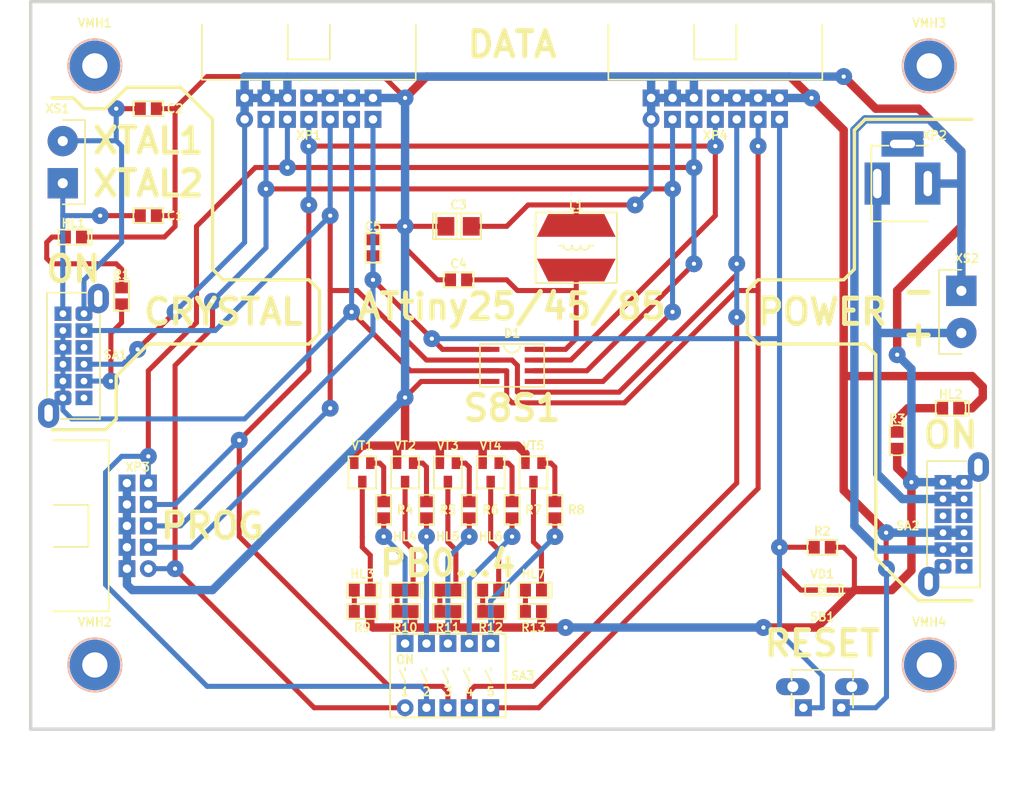
<source format=kicad_pcb>
(kicad_pcb (version 20171130) (host pcbnew 5.1.2-f72e74a~84~ubuntu18.04.1)

  (general
    (thickness 1.5)
    (drawings 48)
    (tracks 373)
    (zones 0)
    (modules 47)
    (nets 37)
  )

  (page A4)
  (title_block
    (title main_board_S8S1)
    (date 2019-07-12)
    (rev 2)
    (company "Igor Vladimirovich Ivanov")
    (comment 1 https://github.com/Adept666)
    (comment 2 "This project is licensed under GNU General Public License v3.0 or later")
  )

  (layers
    (0 F.Cu signal)
    (31 B.Cu signal)
    (36 B.SilkS user)
    (37 F.SilkS user)
    (38 B.Mask user)
    (39 F.Mask user)
    (40 Dwgs.User user)
    (41 Cmts.User user)
    (42 Eco1.User user)
    (43 Eco2.User user)
    (44 Edge.Cuts user)
    (45 Margin user)
    (46 B.CrtYd user)
    (47 F.CrtYd user)
    (48 B.Fab user)
    (49 F.Fab user)
  )

  (setup
    (last_trace_width 0.6)
    (trace_clearance 0)
    (zone_clearance 0.508)
    (zone_45_only no)
    (trace_min 0.2)
    (via_size 3)
    (via_drill 1)
    (via_min_size 0.4)
    (via_min_drill 0.3)
    (uvia_size 0.3)
    (uvia_drill 0.1)
    (uvias_allowed no)
    (uvia_min_size 0)
    (uvia_min_drill 0)
    (edge_width 0.2)
    (segment_width 0.4)
    (pcb_text_width 0.3)
    (pcb_text_size 1.5 1.5)
    (mod_edge_width 0.15)
    (mod_text_size 1 1)
    (mod_text_width 0.15)
    (pad_size 1.524 1.524)
    (pad_drill 0.762)
    (pad_to_mask_clearance 0.2)
    (solder_mask_min_width 0.25)
    (aux_axis_origin 0 0)
    (visible_elements 7FFFFFFF)
    (pcbplotparams
      (layerselection 0x00030_80000001)
      (usegerberextensions false)
      (usegerberattributes false)
      (usegerberadvancedattributes false)
      (creategerberjobfile false)
      (excludeedgelayer true)
      (linewidth 0.100000)
      (plotframeref false)
      (viasonmask false)
      (mode 1)
      (useauxorigin false)
      (hpglpennumber 1)
      (hpglpenspeed 20)
      (hpglpendiameter 15.000000)
      (psnegative false)
      (psa4output false)
      (plotreference true)
      (plotvalue true)
      (plotinvisibletext false)
      (padsonsilk false)
      (subtractmaskfromsilk false)
      (outputformat 1)
      (mirror false)
      (drillshape 0)
      (scaleselection 1)
      (outputdirectory ""))
  )

  (net 0 "")
  (net 1 "Net-(C1-Pad1)")
  (net 2 "Net-(C2-Pad1)")
  (net 3 V)
  (net 4 /VCC)
  (net 5 /PB5)
  (net 6 /PB3)
  (net 7 /PB4)
  (net 8 /PB0)
  (net 9 /PB1)
  (net 10 /PB2)
  (net 11 "Net-(HL1-PadA)")
  (net 12 "Net-(HL2-PadA)")
  (net 13 "Net-(HL3-PadA)")
  (net 14 "Net-(HL3-PadC)")
  (net 15 "Net-(HL4-PadA)")
  (net 16 "Net-(HL4-PadC)")
  (net 17 "Net-(HL5-PadA)")
  (net 18 "Net-(HL5-PadC)")
  (net 19 "Net-(HL6-PadA)")
  (net 20 "Net-(HL6-PadC)")
  (net 21 "Net-(HL7-PadA)")
  (net 22 "Net-(HL7-PadC)")
  (net 23 "Net-(R1-Pad1)")
  (net 24 "Net-(R4-Pad1)")
  (net 25 "Net-(R4-Pad2)")
  (net 26 "Net-(R5-Pad1)")
  (net 27 "Net-(R5-Pad2)")
  (net 28 "Net-(R6-Pad1)")
  (net 29 "Net-(R6-Pad2)")
  (net 30 "Net-(R7-Pad1)")
  (net 31 "Net-(R7-Pad2)")
  (net 32 "Net-(R8-Pad1)")
  (net 33 "Net-(R8-Pad2)")
  (net 34 "Net-(SA2-Pad2)")
  (net 35 "Net-(SA2-Pad11)")
  (net 36 COM)

  (net_class Default "This is the default net class."
    (clearance 0)
    (trace_width 0.6)
    (via_dia 3)
    (via_drill 1)
    (uvia_dia 0.3)
    (uvia_drill 0.1)
    (add_net /PB0)
    (add_net /PB1)
    (add_net /PB2)
    (add_net /PB3)
    (add_net /PB4)
    (add_net /PB5)
    (add_net /VCC)
    (add_net COM)
    (add_net "Net-(C1-Pad1)")
    (add_net "Net-(C2-Pad1)")
    (add_net "Net-(HL1-PadA)")
    (add_net "Net-(HL2-PadA)")
    (add_net "Net-(HL3-PadA)")
    (add_net "Net-(HL3-PadC)")
    (add_net "Net-(HL4-PadA)")
    (add_net "Net-(HL4-PadC)")
    (add_net "Net-(HL5-PadA)")
    (add_net "Net-(HL5-PadC)")
    (add_net "Net-(HL6-PadA)")
    (add_net "Net-(HL6-PadC)")
    (add_net "Net-(HL7-PadA)")
    (add_net "Net-(HL7-PadC)")
    (add_net "Net-(R1-Pad1)")
    (add_net "Net-(R4-Pad1)")
    (add_net "Net-(R4-Pad2)")
    (add_net "Net-(R5-Pad1)")
    (add_net "Net-(R5-Pad2)")
    (add_net "Net-(R6-Pad1)")
    (add_net "Net-(R6-Pad2)")
    (add_net "Net-(R7-Pad1)")
    (add_net "Net-(R7-Pad2)")
    (add_net "Net-(R8-Pad1)")
    (add_net "Net-(R8-Pad2)")
    (add_net "Net-(SA1-Pad3)")
    (add_net "Net-(SA1-Pad6)")
    (add_net "Net-(SA2-Pad1)")
    (add_net "Net-(SA2-Pad10)")
    (add_net "Net-(SA2-Pad11)")
    (add_net "Net-(SA2-Pad2)")
    (add_net "Net-(SA2-Pad4)")
    (add_net "Net-(SA2-Pad7)")
    (add_net "Net-(VMH1-Pad0)")
    (add_net "Net-(VMH2-Pad0)")
    (add_net "Net-(VMH3-Pad0)")
    (add_net "Net-(VMH4-Pad0)")
    (add_net "Net-(XP2-Pad3)")
    (add_net V)
  )

  (module KCL:STA-DA5 (layer F.Cu) (tedit 5BD86B43) (tstamp 5D28D365)
    (at 198.12 139.7)
    (path /5D405C35)
    (fp_text reference VMH4 (at 0 -5.08) (layer F.SilkS)
      (effects (font (size 1 1) (thickness 0.2)))
    )
    (fp_text value VIRTUAL_MOUNTING-HOLE (at 17.78 0) (layer F.Fab) hide
      (effects (font (size 1 1) (thickness 0.2)))
    )
    (fp_circle (center 0 0) (end 3.175 0) (layer F.CrtYd) (width 0.1))
    (fp_line (start -1.4435 -2.5) (end 1.4435 -2.5) (layer F.Fab) (width 0.2))
    (fp_line (start 1.4435 -2.5) (end 2.887 0) (layer F.Fab) (width 0.2))
    (fp_line (start 2.887 0) (end 1.4435 2.5) (layer F.Fab) (width 0.2))
    (fp_line (start -1.4435 2.5) (end 1.4435 2.5) (layer F.Fab) (width 0.2))
    (fp_line (start -2.887 0) (end -1.4435 2.5) (layer F.Fab) (width 0.2))
    (fp_line (start -1.4435 -2.5) (end -2.887 0) (layer F.Fab) (width 0.2))
    (fp_circle (center 0 0) (end 3.175 0) (layer F.SilkS) (width 0.2))
    (fp_circle (center 0 0) (end 3.175 0) (layer B.CrtYd) (width 0.1))
    (fp_line (start 2.887 0) (end 1.4435 2.5) (layer B.Fab) (width 0.2))
    (fp_line (start 1.4435 -2.5) (end 2.887 0) (layer B.Fab) (width 0.2))
    (fp_line (start -1.4435 -2.5) (end 1.4435 -2.5) (layer B.Fab) (width 0.2))
    (fp_line (start -1.4435 -2.5) (end -2.887 0) (layer B.Fab) (width 0.2))
    (fp_line (start -1.4435 2.5) (end 1.4435 2.5) (layer B.Fab) (width 0.2))
    (fp_line (start -2.887 0) (end -1.4435 2.5) (layer B.Fab) (width 0.2))
    (fp_circle (center 0 0) (end 3.175 0) (layer B.SilkS) (width 0.2))
    (pad 0 thru_hole circle (at 0 0) (size 6 6) (drill 3) (layers *.Cu *.Mask))
  )

  (module KCL:STA-DA5 (layer F.Cu) (tedit 5BD86B43) (tstamp 5D28D350)
    (at 198.12 68.58)
    (path /5D3FAFCA)
    (fp_text reference VMH3 (at 0 -5.08) (layer F.SilkS)
      (effects (font (size 1 1) (thickness 0.2)))
    )
    (fp_text value VIRTUAL_MOUNTING-HOLE (at 17.78 0) (layer F.Fab) hide
      (effects (font (size 1 1) (thickness 0.2)))
    )
    (fp_circle (center 0 0) (end 3.175 0) (layer F.CrtYd) (width 0.1))
    (fp_line (start -1.4435 -2.5) (end 1.4435 -2.5) (layer F.Fab) (width 0.2))
    (fp_line (start 1.4435 -2.5) (end 2.887 0) (layer F.Fab) (width 0.2))
    (fp_line (start 2.887 0) (end 1.4435 2.5) (layer F.Fab) (width 0.2))
    (fp_line (start -1.4435 2.5) (end 1.4435 2.5) (layer F.Fab) (width 0.2))
    (fp_line (start -2.887 0) (end -1.4435 2.5) (layer F.Fab) (width 0.2))
    (fp_line (start -1.4435 -2.5) (end -2.887 0) (layer F.Fab) (width 0.2))
    (fp_circle (center 0 0) (end 3.175 0) (layer F.SilkS) (width 0.2))
    (fp_circle (center 0 0) (end 3.175 0) (layer B.CrtYd) (width 0.1))
    (fp_line (start 2.887 0) (end 1.4435 2.5) (layer B.Fab) (width 0.2))
    (fp_line (start 1.4435 -2.5) (end 2.887 0) (layer B.Fab) (width 0.2))
    (fp_line (start -1.4435 -2.5) (end 1.4435 -2.5) (layer B.Fab) (width 0.2))
    (fp_line (start -1.4435 -2.5) (end -2.887 0) (layer B.Fab) (width 0.2))
    (fp_line (start -1.4435 2.5) (end 1.4435 2.5) (layer B.Fab) (width 0.2))
    (fp_line (start -2.887 0) (end -1.4435 2.5) (layer B.Fab) (width 0.2))
    (fp_circle (center 0 0) (end 3.175 0) (layer B.SilkS) (width 0.2))
    (pad 0 thru_hole circle (at 0 0) (size 6 6) (drill 3) (layers *.Cu *.Mask))
  )

  (module KCL:STA-DA5 (layer F.Cu) (tedit 5BD86B43) (tstamp 5D28D33B)
    (at 99.06 139.7)
    (path /5D3EF106)
    (fp_text reference VMH2 (at 0 -5.08) (layer F.SilkS)
      (effects (font (size 1 1) (thickness 0.2)))
    )
    (fp_text value VIRTUAL_MOUNTING-HOLE (at -17.78 0) (layer F.Fab) hide
      (effects (font (size 1 1) (thickness 0.2)))
    )
    (fp_circle (center 0 0) (end 3.175 0) (layer F.CrtYd) (width 0.1))
    (fp_line (start -1.4435 -2.5) (end 1.4435 -2.5) (layer F.Fab) (width 0.2))
    (fp_line (start 1.4435 -2.5) (end 2.887 0) (layer F.Fab) (width 0.2))
    (fp_line (start 2.887 0) (end 1.4435 2.5) (layer F.Fab) (width 0.2))
    (fp_line (start -1.4435 2.5) (end 1.4435 2.5) (layer F.Fab) (width 0.2))
    (fp_line (start -2.887 0) (end -1.4435 2.5) (layer F.Fab) (width 0.2))
    (fp_line (start -1.4435 -2.5) (end -2.887 0) (layer F.Fab) (width 0.2))
    (fp_circle (center 0 0) (end 3.175 0) (layer F.SilkS) (width 0.2))
    (fp_circle (center 0 0) (end 3.175 0) (layer B.CrtYd) (width 0.1))
    (fp_line (start 2.887 0) (end 1.4435 2.5) (layer B.Fab) (width 0.2))
    (fp_line (start 1.4435 -2.5) (end 2.887 0) (layer B.Fab) (width 0.2))
    (fp_line (start -1.4435 -2.5) (end 1.4435 -2.5) (layer B.Fab) (width 0.2))
    (fp_line (start -1.4435 -2.5) (end -2.887 0) (layer B.Fab) (width 0.2))
    (fp_line (start -1.4435 2.5) (end 1.4435 2.5) (layer B.Fab) (width 0.2))
    (fp_line (start -2.887 0) (end -1.4435 2.5) (layer B.Fab) (width 0.2))
    (fp_circle (center 0 0) (end 3.175 0) (layer B.SilkS) (width 0.2))
    (pad 0 thru_hole circle (at 0 0) (size 6 6) (drill 3) (layers *.Cu *.Mask))
  )

  (module KCL:STA-DA5 (layer F.Cu) (tedit 5BD86B43) (tstamp 5D28D326)
    (at 99.06 68.58)
    (path /5D3EC07C)
    (fp_text reference VMH1 (at 0 -5.08) (layer F.SilkS)
      (effects (font (size 1 1) (thickness 0.2)))
    )
    (fp_text value VIRTUAL_MOUNTING-HOLE (at -17.78 0) (layer F.Fab) hide
      (effects (font (size 1 1) (thickness 0.2)))
    )
    (fp_circle (center 0 0) (end 3.175 0) (layer F.CrtYd) (width 0.1))
    (fp_line (start -1.4435 -2.5) (end 1.4435 -2.5) (layer F.Fab) (width 0.2))
    (fp_line (start 1.4435 -2.5) (end 2.887 0) (layer F.Fab) (width 0.2))
    (fp_line (start 2.887 0) (end 1.4435 2.5) (layer F.Fab) (width 0.2))
    (fp_line (start -1.4435 2.5) (end 1.4435 2.5) (layer F.Fab) (width 0.2))
    (fp_line (start -2.887 0) (end -1.4435 2.5) (layer F.Fab) (width 0.2))
    (fp_line (start -1.4435 -2.5) (end -2.887 0) (layer F.Fab) (width 0.2))
    (fp_circle (center 0 0) (end 3.175 0) (layer F.SilkS) (width 0.2))
    (fp_circle (center 0 0) (end 3.175 0) (layer B.CrtYd) (width 0.1))
    (fp_line (start 2.887 0) (end 1.4435 2.5) (layer B.Fab) (width 0.2))
    (fp_line (start 1.4435 -2.5) (end 2.887 0) (layer B.Fab) (width 0.2))
    (fp_line (start -1.4435 -2.5) (end 1.4435 -2.5) (layer B.Fab) (width 0.2))
    (fp_line (start -1.4435 -2.5) (end -2.887 0) (layer B.Fab) (width 0.2))
    (fp_line (start -1.4435 2.5) (end 1.4435 2.5) (layer B.Fab) (width 0.2))
    (fp_line (start -2.887 0) (end -1.4435 2.5) (layer B.Fab) (width 0.2))
    (fp_circle (center 0 0) (end 3.175 0) (layer B.SilkS) (width 0.2))
    (pad 0 thru_hole circle (at 0 0) (size 6 6) (drill 3) (layers *.Cu *.Mask))
  )

  (module KCL:P-SO-08 (layer F.Cu) (tedit 5BD7A382) (tstamp 5CDBD6E7)
    (at 148.59 104.14)
    (path /5B6FE9DE)
    (attr smd)
    (fp_text reference D1 (at 0 -3.81) (layer F.SilkS)
      (effects (font (size 1 1) (thickness 0.2)))
    )
    (fp_text value ATtiny25-20SSU (at 10.16 0) (layer F.Fab) hide
      (effects (font (size 1 1) (thickness 0.2)))
    )
    (fp_line (start -3.81 -2.54) (end 3.81 -2.54) (layer F.CrtYd) (width 0.1))
    (fp_line (start -3.81 2.54) (end 3.81 2.54) (layer F.CrtYd) (width 0.1))
    (fp_line (start -3.81 -2.54) (end -3.81 2.54) (layer F.CrtYd) (width 0.1))
    (fp_line (start 3.81 -2.54) (end 3.81 2.54) (layer F.CrtYd) (width 0.1))
    (fp_line (start -1.95 -2.45) (end 1.95 -2.45) (layer F.Fab) (width 0.2))
    (fp_line (start -1.95 2.45) (end 1.95 2.45) (layer F.Fab) (width 0.2))
    (fp_line (start -1.95 -2.45) (end -1.95 2.45) (layer F.Fab) (width 0.2))
    (fp_line (start 1.95 -2.45) (end 1.95 2.45) (layer F.Fab) (width 0.2))
    (fp_arc (start 0 -2.45) (end 1.016 -2.45) (angle 180) (layer F.Fab) (width 0.2))
    (fp_arc (start 0 -2.54) (end 1.016 -2.54) (angle 180) (layer F.SilkS) (width 0.2))
    (fp_line (start -3.81 -2.54) (end -3.81 2.54) (layer F.SilkS) (width 0.2))
    (fp_line (start 3.81 2.54) (end -3.81 2.54) (layer F.SilkS) (width 0.2))
    (fp_line (start 3.81 -2.54) (end 3.81 2.54) (layer F.SilkS) (width 0.2))
    (fp_line (start -3.81 -2.54) (end 3.81 -2.54) (layer F.SilkS) (width 0.2))
    (pad 8 smd rect (at 2.6 -1.905) (size 2.2 0.6) (layers F.Cu F.Mask)
      (net 4 /VCC))
    (pad 7 smd rect (at 2.6 -0.635) (size 2.2 0.6) (layers F.Cu F.Mask)
      (net 10 /PB2))
    (pad 6 smd rect (at 2.6 0.635) (size 2.2 0.6) (layers F.Cu F.Mask)
      (net 9 /PB1))
    (pad 5 smd rect (at 2.6 1.905) (size 2.2 0.6) (layers F.Cu F.Mask)
      (net 8 /PB0))
    (pad 4 smd rect (at -2.6 1.905) (size 2.2 0.6) (layers F.Cu F.Mask)
      (net 36 COM))
    (pad 3 smd rect (at -2.6 0.635) (size 2.2 0.6) (layers F.Cu F.Mask)
      (net 7 /PB4))
    (pad 2 smd rect (at -2.6 -0.635) (size 2.2 0.6) (layers F.Cu F.Mask)
      (net 6 /PB3))
    (pad 1 smd rect (at -2.6 -1.905) (size 2.2 0.6) (layers F.Cu F.Mask)
      (net 5 /PB5))
  )

  (module KCL:CP-SMD-3528 (layer F.Cu) (tedit 5BD79DA3) (tstamp 5CDC0CE6)
    (at 142.24 87.63 180)
    (path /5AD55C79)
    (attr smd)
    (fp_text reference C3 (at 0 2.54 180) (layer F.SilkS)
      (effects (font (size 1 1) (thickness 0.2)))
    )
    (fp_text value CAPACITOR_POLARIZED (at 0 5.08 180) (layer F.Fab) hide
      (effects (font (size 1 1) (thickness 0.2)))
    )
    (fp_line (start -2.667 -1.524) (end 3.048 -1.524) (layer F.CrtYd) (width 0.1))
    (fp_line (start -2.667 1.524) (end 3.048 1.524) (layer F.CrtYd) (width 0.1))
    (fp_line (start -2.667 -1.524) (end -2.667 1.524) (layer F.CrtYd) (width 0.1))
    (fp_line (start 3.048 -1.524) (end 3.048 1.524) (layer F.CrtYd) (width 0.1))
    (fp_line (start -1.75 -1.4) (end 1.75 -1.4) (layer F.Fab) (width 0.2))
    (fp_line (start -1.75 1.4) (end 1.75 1.4) (layer F.Fab) (width 0.2))
    (fp_line (start -1.75 -1.4) (end -1.75 1.4) (layer F.Fab) (width 0.2))
    (fp_line (start 1.75 -1.4) (end 1.75 1.4) (layer F.Fab) (width 0.2))
    (fp_line (start -1.35 -1.4) (end -1.35 1.4) (layer F.Fab) (width 0.2))
    (fp_line (start 2.667 -1.524) (end 2.667 1.524) (layer F.SilkS) (width 0.2))
    (fp_line (start -2.667 -1.524) (end -2.667 1.524) (layer F.SilkS) (width 0.2))
    (fp_line (start -0.254 -1.27) (end -0.254 1.27) (layer F.SilkS) (width 0.2))
    (fp_line (start 0.254 -1.27) (end 0.254 1.27) (layer F.SilkS) (width 0.2))
    (fp_line (start 3.048 -1.524) (end 3.048 1.524) (layer F.SilkS) (width 0.2))
    (fp_line (start -2.667 -1.524) (end 3.048 -1.524) (layer F.SilkS) (width 0.2))
    (fp_line (start -2.667 1.524) (end 3.048 1.524) (layer F.SilkS) (width 0.2))
    (pad - smd rect (at 1.5 0 180) (size 2 2.2) (layers F.Cu F.Mask)
      (net 36 COM))
    (pad + smd rect (at -1.5 0 180) (size 2 2.2) (layers F.Cu F.Mask)
      (net 3 V))
  )

  (module KCL:L-SDR0805 (layer F.Cu) (tedit 5BD7A25F) (tstamp 5AD7C29C)
    (at 156.21 90.17 270)
    (path /5AD56887)
    (attr smd)
    (fp_text reference L1 (at -5.08 0) (layer F.SilkS)
      (effects (font (size 1 1) (thickness 0.2)))
    )
    (fp_text value INDUCTOR_FMC (at 0 -11.43) (layer F.Fab) hide
      (effects (font (size 1 1) (thickness 0.2)))
    )
    (fp_arc (start -0.254 0) (end -0.254 -0.508) (angle 180) (layer F.SilkS) (width 0.2))
    (fp_arc (start -0.254 -1.016) (end -0.254 -1.524) (angle 180) (layer F.SilkS) (width 0.2))
    (fp_arc (start -0.254 1.016) (end -0.254 0.508) (angle 180) (layer F.SilkS) (width 0.2))
    (fp_line (start -0.254 -1.524) (end -0.254 -2.032) (layer F.SilkS) (width 0.2))
    (fp_line (start -0.254 1.524) (end -0.254 2.032) (layer F.SilkS) (width 0.2))
    (fp_line (start -4.191 -4.826) (end -4.191 4.826) (layer F.SilkS) (width 0.2))
    (fp_line (start 4.191 -4.826) (end 4.191 4.826) (layer F.SilkS) (width 0.2))
    (fp_line (start -4.191 -4.826) (end 4.191 -4.826) (layer F.SilkS) (width 0.2))
    (fp_line (start -4.191 4.826) (end 4.191 4.826) (layer F.SilkS) (width 0.2))
    (fp_circle (center 0 0) (end 3.9 0) (layer F.Fab) (width 0.2))
    (fp_line (start -4.191 4.826) (end -4.191 -4.826) (layer F.CrtYd) (width 0.1))
    (fp_line (start 4.191 4.826) (end -4.191 4.826) (layer F.CrtYd) (width 0.1))
    (fp_line (start 4.191 -4.826) (end 4.191 4.826) (layer F.CrtYd) (width 0.1))
    (fp_line (start -4.191 -4.826) (end 4.191 -4.826) (layer F.CrtYd) (width 0.1))
    (pad 1 smd trapezoid (at -2.65 0 270) (size 2.7 8) (rect_delta -1.35 0 ) (layers F.Cu F.Mask)
      (net 3 V))
    (pad 2 smd trapezoid (at 2.65 0 270) (size 2.7 8) (rect_delta 1.35 0 ) (layers F.Cu F.Mask)
      (net 4 /VCC))
  )

  (module KCL:P-SOT-23 (layer F.Cu) (tedit 5BD7A52B) (tstamp 5AD7C420)
    (at 151.13 116.84 180)
    (path /5AD91FA1)
    (attr smd)
    (fp_text reference VT5 (at 0 3.175 180) (layer F.SilkS)
      (effects (font (size 1 1) (thickness 0.2)))
    )
    (fp_text value BJT_NPN_GENERAL (at 29.21 -2.54 180) (layer F.Fab) hide
      (effects (font (size 1 1) (thickness 0.2)))
    )
    (fp_line (start -1.651 1.905) (end 1.651 1.905) (layer F.SilkS) (width 0.2))
    (fp_line (start -1.651 1.905) (end -1.651 -1.905) (layer F.SilkS) (width 0.2))
    (fp_line (start 1.651 -1.905) (end -1.651 -1.905) (layer F.SilkS) (width 0.2))
    (fp_line (start 1.651 -1.905) (end 1.651 1.905) (layer F.SilkS) (width 0.2))
    (fp_line (start -1.45 -0.65) (end -1.45 0.65) (layer F.Fab) (width 0.2))
    (fp_line (start -1.45 0.65) (end 1.45 0.65) (layer F.Fab) (width 0.2))
    (fp_line (start 1.45 -0.65) (end 1.45 0.65) (layer F.Fab) (width 0.2))
    (fp_line (start -1.45 -0.65) (end 1.45 -0.65) (layer F.Fab) (width 0.2))
    (fp_line (start -1.651 1.905) (end -1.651 -1.905) (layer F.CrtYd) (width 0.1))
    (fp_line (start 1.651 1.905) (end -1.651 1.905) (layer F.CrtYd) (width 0.1))
    (fp_line (start 1.651 -1.905) (end 1.651 1.905) (layer F.CrtYd) (width 0.1))
    (fp_line (start -1.651 -1.905) (end 1.651 -1.905) (layer F.CrtYd) (width 0.1))
    (pad B smd rect (at -0.95 1.1 180) (size 1 1.4) (layers F.Cu F.Mask)
      (net 33 "Net-(R8-Pad2)"))
    (pad E smd rect (at 0.95 1.1 180) (size 1 1.4) (layers F.Cu F.Mask)
      (net 36 COM))
    (pad C smd rect (at 0 -1.1 180) (size 1 1.4) (layers F.Cu F.Mask)
      (net 22 "Net-(HL7-PadC)"))
  )

  (module KCL:P-SOT-23 (layer F.Cu) (tedit 5BD7A52B) (tstamp 5AD7C415)
    (at 146.05 116.84 180)
    (path /5AD91802)
    (attr smd)
    (fp_text reference VT4 (at 0 3.175 180) (layer F.SilkS)
      (effects (font (size 1 1) (thickness 0.2)))
    )
    (fp_text value BJT_NPN_GENERAL (at 24.13 -1.27 180) (layer F.Fab) hide
      (effects (font (size 1 1) (thickness 0.2)))
    )
    (fp_line (start -1.651 1.905) (end 1.651 1.905) (layer F.SilkS) (width 0.2))
    (fp_line (start -1.651 1.905) (end -1.651 -1.905) (layer F.SilkS) (width 0.2))
    (fp_line (start 1.651 -1.905) (end -1.651 -1.905) (layer F.SilkS) (width 0.2))
    (fp_line (start 1.651 -1.905) (end 1.651 1.905) (layer F.SilkS) (width 0.2))
    (fp_line (start -1.45 -0.65) (end -1.45 0.65) (layer F.Fab) (width 0.2))
    (fp_line (start -1.45 0.65) (end 1.45 0.65) (layer F.Fab) (width 0.2))
    (fp_line (start 1.45 -0.65) (end 1.45 0.65) (layer F.Fab) (width 0.2))
    (fp_line (start -1.45 -0.65) (end 1.45 -0.65) (layer F.Fab) (width 0.2))
    (fp_line (start -1.651 1.905) (end -1.651 -1.905) (layer F.CrtYd) (width 0.1))
    (fp_line (start 1.651 1.905) (end -1.651 1.905) (layer F.CrtYd) (width 0.1))
    (fp_line (start 1.651 -1.905) (end 1.651 1.905) (layer F.CrtYd) (width 0.1))
    (fp_line (start -1.651 -1.905) (end 1.651 -1.905) (layer F.CrtYd) (width 0.1))
    (pad B smd rect (at -0.95 1.1 180) (size 1 1.4) (layers F.Cu F.Mask)
      (net 31 "Net-(R7-Pad2)"))
    (pad E smd rect (at 0.95 1.1 180) (size 1 1.4) (layers F.Cu F.Mask)
      (net 36 COM))
    (pad C smd rect (at 0 -1.1 180) (size 1 1.4) (layers F.Cu F.Mask)
      (net 20 "Net-(HL6-PadC)"))
  )

  (module KCL:P-SOT-23 (layer F.Cu) (tedit 5BD7A52B) (tstamp 5AD7C40A)
    (at 140.97 116.84 180)
    (path /5AD9169B)
    (attr smd)
    (fp_text reference VT3 (at 0 3.175 180) (layer F.SilkS)
      (effects (font (size 1 1) (thickness 0.2)))
    )
    (fp_text value BJT_NPN_GENERAL (at 19.05 0 180) (layer F.Fab) hide
      (effects (font (size 1 1) (thickness 0.2)))
    )
    (fp_line (start -1.651 1.905) (end 1.651 1.905) (layer F.SilkS) (width 0.2))
    (fp_line (start -1.651 1.905) (end -1.651 -1.905) (layer F.SilkS) (width 0.2))
    (fp_line (start 1.651 -1.905) (end -1.651 -1.905) (layer F.SilkS) (width 0.2))
    (fp_line (start 1.651 -1.905) (end 1.651 1.905) (layer F.SilkS) (width 0.2))
    (fp_line (start -1.45 -0.65) (end -1.45 0.65) (layer F.Fab) (width 0.2))
    (fp_line (start -1.45 0.65) (end 1.45 0.65) (layer F.Fab) (width 0.2))
    (fp_line (start 1.45 -0.65) (end 1.45 0.65) (layer F.Fab) (width 0.2))
    (fp_line (start -1.45 -0.65) (end 1.45 -0.65) (layer F.Fab) (width 0.2))
    (fp_line (start -1.651 1.905) (end -1.651 -1.905) (layer F.CrtYd) (width 0.1))
    (fp_line (start 1.651 1.905) (end -1.651 1.905) (layer F.CrtYd) (width 0.1))
    (fp_line (start 1.651 -1.905) (end 1.651 1.905) (layer F.CrtYd) (width 0.1))
    (fp_line (start -1.651 -1.905) (end 1.651 -1.905) (layer F.CrtYd) (width 0.1))
    (pad B smd rect (at -0.95 1.1 180) (size 1 1.4) (layers F.Cu F.Mask)
      (net 29 "Net-(R6-Pad2)"))
    (pad E smd rect (at 0.95 1.1 180) (size 1 1.4) (layers F.Cu F.Mask)
      (net 36 COM))
    (pad C smd rect (at 0 -1.1 180) (size 1 1.4) (layers F.Cu F.Mask)
      (net 18 "Net-(HL5-PadC)"))
  )

  (module KCL:P-SOT-23 (layer F.Cu) (tedit 5BD7A52B) (tstamp 5AD7C3FF)
    (at 135.89 116.84 180)
    (path /5AD91306)
    (attr smd)
    (fp_text reference VT2 (at 0 3.175 180) (layer F.SilkS)
      (effects (font (size 1 1) (thickness 0.2)))
    )
    (fp_text value BJT_NPN_GENERAL (at 13.97 1.27 180) (layer F.Fab) hide
      (effects (font (size 1 1) (thickness 0.2)))
    )
    (fp_line (start -1.651 1.905) (end 1.651 1.905) (layer F.SilkS) (width 0.2))
    (fp_line (start -1.651 1.905) (end -1.651 -1.905) (layer F.SilkS) (width 0.2))
    (fp_line (start 1.651 -1.905) (end -1.651 -1.905) (layer F.SilkS) (width 0.2))
    (fp_line (start 1.651 -1.905) (end 1.651 1.905) (layer F.SilkS) (width 0.2))
    (fp_line (start -1.45 -0.65) (end -1.45 0.65) (layer F.Fab) (width 0.2))
    (fp_line (start -1.45 0.65) (end 1.45 0.65) (layer F.Fab) (width 0.2))
    (fp_line (start 1.45 -0.65) (end 1.45 0.65) (layer F.Fab) (width 0.2))
    (fp_line (start -1.45 -0.65) (end 1.45 -0.65) (layer F.Fab) (width 0.2))
    (fp_line (start -1.651 1.905) (end -1.651 -1.905) (layer F.CrtYd) (width 0.1))
    (fp_line (start 1.651 1.905) (end -1.651 1.905) (layer F.CrtYd) (width 0.1))
    (fp_line (start 1.651 -1.905) (end 1.651 1.905) (layer F.CrtYd) (width 0.1))
    (fp_line (start -1.651 -1.905) (end 1.651 -1.905) (layer F.CrtYd) (width 0.1))
    (pad B smd rect (at -0.95 1.1 180) (size 1 1.4) (layers F.Cu F.Mask)
      (net 27 "Net-(R5-Pad2)"))
    (pad E smd rect (at 0.95 1.1 180) (size 1 1.4) (layers F.Cu F.Mask)
      (net 36 COM))
    (pad C smd rect (at 0 -1.1 180) (size 1 1.4) (layers F.Cu F.Mask)
      (net 16 "Net-(HL4-PadC)"))
  )

  (module KCL:P-SOT-23 (layer F.Cu) (tedit 5BD7A52B) (tstamp 5AD7C3F4)
    (at 130.81 116.84 180)
    (path /5AD57231)
    (attr smd)
    (fp_text reference VT1 (at 0 3.175 180) (layer F.SilkS)
      (effects (font (size 1 1) (thickness 0.2)))
    )
    (fp_text value BJT_NPN_GENERAL (at 8.89 2.54 180) (layer F.Fab) hide
      (effects (font (size 1 1) (thickness 0.2)))
    )
    (fp_line (start -1.651 1.905) (end 1.651 1.905) (layer F.SilkS) (width 0.2))
    (fp_line (start -1.651 1.905) (end -1.651 -1.905) (layer F.SilkS) (width 0.2))
    (fp_line (start 1.651 -1.905) (end -1.651 -1.905) (layer F.SilkS) (width 0.2))
    (fp_line (start 1.651 -1.905) (end 1.651 1.905) (layer F.SilkS) (width 0.2))
    (fp_line (start -1.45 -0.65) (end -1.45 0.65) (layer F.Fab) (width 0.2))
    (fp_line (start -1.45 0.65) (end 1.45 0.65) (layer F.Fab) (width 0.2))
    (fp_line (start 1.45 -0.65) (end 1.45 0.65) (layer F.Fab) (width 0.2))
    (fp_line (start -1.45 -0.65) (end 1.45 -0.65) (layer F.Fab) (width 0.2))
    (fp_line (start -1.651 1.905) (end -1.651 -1.905) (layer F.CrtYd) (width 0.1))
    (fp_line (start 1.651 1.905) (end -1.651 1.905) (layer F.CrtYd) (width 0.1))
    (fp_line (start 1.651 -1.905) (end 1.651 1.905) (layer F.CrtYd) (width 0.1))
    (fp_line (start -1.651 -1.905) (end 1.651 -1.905) (layer F.CrtYd) (width 0.1))
    (pad B smd rect (at -0.95 1.1 180) (size 1 1.4) (layers F.Cu F.Mask)
      (net 25 "Net-(R4-Pad2)"))
    (pad E smd rect (at 0.95 1.1 180) (size 1 1.4) (layers F.Cu F.Mask)
      (net 36 COM))
    (pad C smd rect (at 0 -1.1 180) (size 1 1.4) (layers F.Cu F.Mask)
      (net 14 "Net-(HL3-PadC)"))
  )

  (module KCL:LED-SMD-0805 (layer F.Cu) (tedit 5BD75232) (tstamp 5CDC0DC3)
    (at 200.66 109.22)
    (path /5AD552DC)
    (attr smd)
    (fp_text reference HL2 (at 0 -1.651) (layer F.SilkS)
      (effects (font (size 1 1) (thickness 0.2)))
    )
    (fp_text value DIODE_LIGHT-EMITTING_LEFT (at 16.51 0) (layer F.Fab) hide
      (effects (font (size 1 1) (thickness 0.2)))
    )
    (fp_line (start 2.159 -0.889) (end 2.159 0.889) (layer F.CrtYd) (width 0.1))
    (fp_line (start -1.778 -0.889) (end -1.778 0.889) (layer F.CrtYd) (width 0.1))
    (fp_line (start -1.778 0.889) (end 2.159 0.889) (layer F.CrtYd) (width 0.1))
    (fp_line (start -1.778 -0.889) (end 2.159 -0.889) (layer F.CrtYd) (width 0.1))
    (fp_line (start -1 -0.625) (end -1 0.625) (layer F.Fab) (width 0.2))
    (fp_line (start -1 0.625) (end 1 0.625) (layer F.Fab) (width 0.2))
    (fp_line (start 1 -0.625) (end 1 0.625) (layer F.Fab) (width 0.2))
    (fp_line (start -1 -0.625) (end 1 -0.625) (layer F.Fab) (width 0.2))
    (fp_line (start -1.778 0.889) (end -1.778 -0.889) (layer F.SilkS) (width 0.2))
    (fp_line (start 1.778 -0.889) (end 1.778 0.889) (layer F.SilkS) (width 0.2))
    (fp_line (start 2.159 -0.889) (end 2.159 0.889) (layer F.SilkS) (width 0.2))
    (fp_line (start -1.778 -0.889) (end 2.159 -0.889) (layer F.SilkS) (width 0.2))
    (fp_line (start -1.778 0.889) (end 2.159 0.889) (layer F.SilkS) (width 0.2))
    (pad C smd rect (at 0.95 0) (size 1.3 1.5) (layers F.Cu F.Mask)
      (net 36 COM))
    (pad A smd rect (at -0.95 0) (size 1.3 1.5) (layers F.Cu F.Mask)
      (net 12 "Net-(HL2-PadA)"))
  )

  (module KCL:LED-SMD-0805 (layer F.Cu) (tedit 5BD75232) (tstamp 5BDAAC78)
    (at 96.52 88.9)
    (path /5AD7BE44)
    (attr smd)
    (fp_text reference HL1 (at 0 -1.651) (layer F.SilkS)
      (effects (font (size 1 1) (thickness 0.2)))
    )
    (fp_text value DIODE_LIGHT-EMITTING_LEFT (at -16.51 0) (layer F.Fab) hide
      (effects (font (size 1 1) (thickness 0.2)))
    )
    (fp_line (start 2.159 -0.889) (end 2.159 0.889) (layer F.CrtYd) (width 0.1))
    (fp_line (start -1.778 -0.889) (end -1.778 0.889) (layer F.CrtYd) (width 0.1))
    (fp_line (start -1.778 0.889) (end 2.159 0.889) (layer F.CrtYd) (width 0.1))
    (fp_line (start -1.778 -0.889) (end 2.159 -0.889) (layer F.CrtYd) (width 0.1))
    (fp_line (start -1 -0.625) (end -1 0.625) (layer F.Fab) (width 0.2))
    (fp_line (start -1 0.625) (end 1 0.625) (layer F.Fab) (width 0.2))
    (fp_line (start 1 -0.625) (end 1 0.625) (layer F.Fab) (width 0.2))
    (fp_line (start -1 -0.625) (end 1 -0.625) (layer F.Fab) (width 0.2))
    (fp_line (start -1.778 0.889) (end -1.778 -0.889) (layer F.SilkS) (width 0.2))
    (fp_line (start 1.778 -0.889) (end 1.778 0.889) (layer F.SilkS) (width 0.2))
    (fp_line (start 2.159 -0.889) (end 2.159 0.889) (layer F.SilkS) (width 0.2))
    (fp_line (start -1.778 -0.889) (end 2.159 -0.889) (layer F.SilkS) (width 0.2))
    (fp_line (start -1.778 0.889) (end 2.159 0.889) (layer F.SilkS) (width 0.2))
    (pad C smd rect (at 0.95 0) (size 1.3 1.5) (layers F.Cu F.Mask)
      (net 36 COM))
    (pad A smd rect (at -0.95 0) (size 1.3 1.5) (layers F.Cu F.Mask)
      (net 11 "Net-(HL1-PadA)"))
  )

  (module KCL:LED-SMD-0805 (layer F.Cu) (tedit 5BD75232) (tstamp 5B773AF1)
    (at 130.81 130.81)
    (path /5AD57951)
    (attr smd)
    (fp_text reference HL3 (at 0 -1.905) (layer F.SilkS)
      (effects (font (size 1 1) (thickness 0.2)))
    )
    (fp_text value DIODE_LIGHT-EMITTING_LEFT (at -13.97 0) (layer F.Fab) hide
      (effects (font (size 1 1) (thickness 0.2)))
    )
    (fp_line (start 2.159 -0.889) (end 2.159 0.889) (layer F.CrtYd) (width 0.1))
    (fp_line (start -1.778 -0.889) (end -1.778 0.889) (layer F.CrtYd) (width 0.1))
    (fp_line (start -1.778 0.889) (end 2.159 0.889) (layer F.CrtYd) (width 0.1))
    (fp_line (start -1.778 -0.889) (end 2.159 -0.889) (layer F.CrtYd) (width 0.1))
    (fp_line (start -1 -0.625) (end -1 0.625) (layer F.Fab) (width 0.2))
    (fp_line (start -1 0.625) (end 1 0.625) (layer F.Fab) (width 0.2))
    (fp_line (start 1 -0.625) (end 1 0.625) (layer F.Fab) (width 0.2))
    (fp_line (start -1 -0.625) (end 1 -0.625) (layer F.Fab) (width 0.2))
    (fp_line (start -1.778 0.889) (end -1.778 -0.889) (layer F.SilkS) (width 0.2))
    (fp_line (start 1.778 -0.889) (end 1.778 0.889) (layer F.SilkS) (width 0.2))
    (fp_line (start 2.159 -0.889) (end 2.159 0.889) (layer F.SilkS) (width 0.2))
    (fp_line (start -1.778 -0.889) (end 2.159 -0.889) (layer F.SilkS) (width 0.2))
    (fp_line (start -1.778 0.889) (end 2.159 0.889) (layer F.SilkS) (width 0.2))
    (pad C smd rect (at 0.95 0) (size 1.3 1.5) (layers F.Cu F.Mask)
      (net 14 "Net-(HL3-PadC)"))
    (pad A smd rect (at -0.95 0) (size 1.3 1.5) (layers F.Cu F.Mask)
      (net 13 "Net-(HL3-PadA)"))
  )

  (module KCL:LED-SMD-0805 (layer F.Cu) (tedit 5BD75232) (tstamp 5B7730B6)
    (at 135.89 130.81)
    (path /5AD6B3A6)
    (attr smd)
    (fp_text reference HL4 (at 0 -6.35) (layer F.SilkS)
      (effects (font (size 1 1) (thickness 0.2)))
    )
    (fp_text value DIODE_LIGHT-EMITTING_LEFT (at -19.05 1.27) (layer F.Fab) hide
      (effects (font (size 1 1) (thickness 0.2)))
    )
    (fp_line (start 2.159 -0.889) (end 2.159 0.889) (layer F.CrtYd) (width 0.1))
    (fp_line (start -1.778 -0.889) (end -1.778 0.889) (layer F.CrtYd) (width 0.1))
    (fp_line (start -1.778 0.889) (end 2.159 0.889) (layer F.CrtYd) (width 0.1))
    (fp_line (start -1.778 -0.889) (end 2.159 -0.889) (layer F.CrtYd) (width 0.1))
    (fp_line (start -1 -0.625) (end -1 0.625) (layer F.Fab) (width 0.2))
    (fp_line (start -1 0.625) (end 1 0.625) (layer F.Fab) (width 0.2))
    (fp_line (start 1 -0.625) (end 1 0.625) (layer F.Fab) (width 0.2))
    (fp_line (start -1 -0.625) (end 1 -0.625) (layer F.Fab) (width 0.2))
    (fp_line (start -1.778 0.889) (end -1.778 -0.889) (layer F.SilkS) (width 0.2))
    (fp_line (start 1.778 -0.889) (end 1.778 0.889) (layer F.SilkS) (width 0.2))
    (fp_line (start 2.159 -0.889) (end 2.159 0.889) (layer F.SilkS) (width 0.2))
    (fp_line (start -1.778 -0.889) (end 2.159 -0.889) (layer F.SilkS) (width 0.2))
    (fp_line (start -1.778 0.889) (end 2.159 0.889) (layer F.SilkS) (width 0.2))
    (pad C smd rect (at 0.95 0) (size 1.3 1.5) (layers F.Cu F.Mask)
      (net 16 "Net-(HL4-PadC)"))
    (pad A smd rect (at -0.95 0) (size 1.3 1.5) (layers F.Cu F.Mask)
      (net 15 "Net-(HL4-PadA)"))
  )

  (module KCL:LED-SMD-0805 (layer F.Cu) (tedit 5BD75232) (tstamp 5B7730A4)
    (at 140.97 130.81)
    (path /5AD6B454)
    (attr smd)
    (fp_text reference HL5 (at 0 -6.35) (layer F.SilkS)
      (effects (font (size 1 1) (thickness 0.2)))
    )
    (fp_text value DIODE_LIGHT-EMITTING_LEFT (at -24.13 2.54) (layer F.Fab) hide
      (effects (font (size 1 1) (thickness 0.2)))
    )
    (fp_line (start 2.159 -0.889) (end 2.159 0.889) (layer F.CrtYd) (width 0.1))
    (fp_line (start -1.778 -0.889) (end -1.778 0.889) (layer F.CrtYd) (width 0.1))
    (fp_line (start -1.778 0.889) (end 2.159 0.889) (layer F.CrtYd) (width 0.1))
    (fp_line (start -1.778 -0.889) (end 2.159 -0.889) (layer F.CrtYd) (width 0.1))
    (fp_line (start -1 -0.625) (end -1 0.625) (layer F.Fab) (width 0.2))
    (fp_line (start -1 0.625) (end 1 0.625) (layer F.Fab) (width 0.2))
    (fp_line (start 1 -0.625) (end 1 0.625) (layer F.Fab) (width 0.2))
    (fp_line (start -1 -0.625) (end 1 -0.625) (layer F.Fab) (width 0.2))
    (fp_line (start -1.778 0.889) (end -1.778 -0.889) (layer F.SilkS) (width 0.2))
    (fp_line (start 1.778 -0.889) (end 1.778 0.889) (layer F.SilkS) (width 0.2))
    (fp_line (start 2.159 -0.889) (end 2.159 0.889) (layer F.SilkS) (width 0.2))
    (fp_line (start -1.778 -0.889) (end 2.159 -0.889) (layer F.SilkS) (width 0.2))
    (fp_line (start -1.778 0.889) (end 2.159 0.889) (layer F.SilkS) (width 0.2))
    (pad C smd rect (at 0.95 0) (size 1.3 1.5) (layers F.Cu F.Mask)
      (net 18 "Net-(HL5-PadC)"))
    (pad A smd rect (at -0.95 0) (size 1.3 1.5) (layers F.Cu F.Mask)
      (net 17 "Net-(HL5-PadA)"))
  )

  (module KCL:LED-SMD-0805 (layer F.Cu) (tedit 5BD75232) (tstamp 5B773092)
    (at 146.05 130.81)
    (path /5AD6B503)
    (attr smd)
    (fp_text reference HL6 (at 0 -6.35) (layer F.SilkS)
      (effects (font (size 1 1) (thickness 0.2)))
    )
    (fp_text value DIODE_LIGHT-EMITTING_LEFT (at -29.21 3.81) (layer F.Fab) hide
      (effects (font (size 1 1) (thickness 0.2)))
    )
    (fp_line (start 2.159 -0.889) (end 2.159 0.889) (layer F.CrtYd) (width 0.1))
    (fp_line (start -1.778 -0.889) (end -1.778 0.889) (layer F.CrtYd) (width 0.1))
    (fp_line (start -1.778 0.889) (end 2.159 0.889) (layer F.CrtYd) (width 0.1))
    (fp_line (start -1.778 -0.889) (end 2.159 -0.889) (layer F.CrtYd) (width 0.1))
    (fp_line (start -1 -0.625) (end -1 0.625) (layer F.Fab) (width 0.2))
    (fp_line (start -1 0.625) (end 1 0.625) (layer F.Fab) (width 0.2))
    (fp_line (start 1 -0.625) (end 1 0.625) (layer F.Fab) (width 0.2))
    (fp_line (start -1 -0.625) (end 1 -0.625) (layer F.Fab) (width 0.2))
    (fp_line (start -1.778 0.889) (end -1.778 -0.889) (layer F.SilkS) (width 0.2))
    (fp_line (start 1.778 -0.889) (end 1.778 0.889) (layer F.SilkS) (width 0.2))
    (fp_line (start 2.159 -0.889) (end 2.159 0.889) (layer F.SilkS) (width 0.2))
    (fp_line (start -1.778 -0.889) (end 2.159 -0.889) (layer F.SilkS) (width 0.2))
    (fp_line (start -1.778 0.889) (end 2.159 0.889) (layer F.SilkS) (width 0.2))
    (pad C smd rect (at 0.95 0) (size 1.3 1.5) (layers F.Cu F.Mask)
      (net 20 "Net-(HL6-PadC)"))
    (pad A smd rect (at -0.95 0) (size 1.3 1.5) (layers F.Cu F.Mask)
      (net 19 "Net-(HL6-PadA)"))
  )

  (module KCL:LED-SMD-0805 (layer F.Cu) (tedit 5BD75232) (tstamp 5B773B74)
    (at 151.13 130.81)
    (path /5AD6B6E3)
    (attr smd)
    (fp_text reference HL7 (at 0 -1.905) (layer F.SilkS)
      (effects (font (size 1 1) (thickness 0.2)))
    )
    (fp_text value DIODE_LIGHT-EMITTING_LEFT (at -34.29 5.08) (layer F.Fab) hide
      (effects (font (size 1 1) (thickness 0.2)))
    )
    (fp_line (start 2.159 -0.889) (end 2.159 0.889) (layer F.CrtYd) (width 0.1))
    (fp_line (start -1.778 -0.889) (end -1.778 0.889) (layer F.CrtYd) (width 0.1))
    (fp_line (start -1.778 0.889) (end 2.159 0.889) (layer F.CrtYd) (width 0.1))
    (fp_line (start -1.778 -0.889) (end 2.159 -0.889) (layer F.CrtYd) (width 0.1))
    (fp_line (start -1 -0.625) (end -1 0.625) (layer F.Fab) (width 0.2))
    (fp_line (start -1 0.625) (end 1 0.625) (layer F.Fab) (width 0.2))
    (fp_line (start 1 -0.625) (end 1 0.625) (layer F.Fab) (width 0.2))
    (fp_line (start -1 -0.625) (end 1 -0.625) (layer F.Fab) (width 0.2))
    (fp_line (start -1.778 0.889) (end -1.778 -0.889) (layer F.SilkS) (width 0.2))
    (fp_line (start 1.778 -0.889) (end 1.778 0.889) (layer F.SilkS) (width 0.2))
    (fp_line (start 2.159 -0.889) (end 2.159 0.889) (layer F.SilkS) (width 0.2))
    (fp_line (start -1.778 -0.889) (end 2.159 -0.889) (layer F.SilkS) (width 0.2))
    (fp_line (start -1.778 0.889) (end 2.159 0.889) (layer F.SilkS) (width 0.2))
    (pad C smd rect (at 0.95 0) (size 1.3 1.5) (layers F.Cu F.Mask)
      (net 22 "Net-(HL7-PadC)"))
    (pad A smd rect (at -0.95 0) (size 1.3 1.5) (layers F.Cu F.Mask)
      (net 21 "Net-(HL7-PadA)"))
  )

  (module KCL:P-SOD-323 (layer F.Cu) (tedit 5BD7A4C9) (tstamp 5AD7C3E9)
    (at 185.42 130.81)
    (path /5AD5564D)
    (attr smd)
    (fp_text reference VD1 (at 0 -1.905) (layer F.SilkS)
      (effects (font (size 1 1) (thickness 0.2)))
    )
    (fp_text value DIODE_GENERAL (at -8.89 0) (layer F.Fab) hide
      (effects (font (size 1 1) (thickness 0.2)))
    )
    (fp_line (start 2.413 -0.635) (end 2.413 0.635) (layer F.CrtYd) (width 0.1))
    (fp_line (start -2.032 -0.635) (end -2.032 0.635) (layer F.CrtYd) (width 0.1))
    (fp_line (start -2.032 0.635) (end 2.413 0.635) (layer F.CrtYd) (width 0.1))
    (fp_line (start -2.032 -0.635) (end 2.413 -0.635) (layer F.CrtYd) (width 0.1))
    (fp_line (start -0.381 -0.381) (end -0.381 0.381) (layer F.SilkS) (width 0.2))
    (fp_line (start -0.381 0.381) (end 0.381 0) (layer F.SilkS) (width 0.2))
    (fp_line (start 0.381 0) (end -0.381 -0.381) (layer F.SilkS) (width 0.2))
    (fp_line (start 0.381 -0.381) (end 0.381 0.381) (layer F.SilkS) (width 0.2))
    (fp_line (start -2.032 0.635) (end 2.413 0.635) (layer F.SilkS) (width 0.2))
    (fp_line (start -2.032 -0.635) (end 2.413 -0.635) (layer F.SilkS) (width 0.2))
    (fp_line (start 2.413 -0.635) (end 2.413 0.635) (layer F.SilkS) (width 0.2))
    (fp_line (start 2.032 -0.635) (end 2.032 0.635) (layer F.SilkS) (width 0.2))
    (fp_line (start -2.032 -0.635) (end -2.032 0.635) (layer F.SilkS) (width 0.2))
    (fp_line (start -0.85 -0.625) (end 0.85 -0.625) (layer F.Fab) (width 0.2))
    (fp_line (start 0.85 -0.625) (end 0.85 0.625) (layer F.Fab) (width 0.2))
    (fp_line (start -0.85 0.625) (end 0.85 0.625) (layer F.Fab) (width 0.2))
    (fp_line (start -0.85 -0.625) (end -0.85 0.625) (layer F.Fab) (width 0.2))
    (pad A smd rect (at -1.2 0) (size 1.35 0.65) (layers F.Cu F.Mask)
      (net 5 /PB5))
    (pad C smd rect (at 1.2 0) (size 1.35 0.65) (layers F.Cu F.Mask)
      (net 3 V))
  )

  (module KCL:R-SMD-0805 (layer F.Cu) (tedit 5BD86A4C) (tstamp 5AD7C31E)
    (at 151.13 133.35)
    (path /5AD836FC)
    (attr smd)
    (fp_text reference R13 (at 0 1.905) (layer F.SilkS)
      (effects (font (size 1 1) (thickness 0.2)))
    )
    (fp_text value RESISTOR_GENERAL (at 10.16 5.08) (layer F.Fab) hide
      (effects (font (size 1 1) (thickness 0.2)))
    )
    (fp_line (start -1 -0.625) (end -1 0.625) (layer F.Fab) (width 0.2))
    (fp_line (start -1 0.625) (end 1 0.625) (layer F.Fab) (width 0.2))
    (fp_line (start 1 -0.625) (end 1 0.625) (layer F.Fab) (width 0.2))
    (fp_line (start -1 -0.625) (end 1 -0.625) (layer F.Fab) (width 0.2))
    (fp_line (start -1.778 0.889) (end -1.778 -0.889) (layer F.SilkS) (width 0.2))
    (fp_line (start 1.778 -0.889) (end 1.778 0.889) (layer F.SilkS) (width 0.2))
    (fp_line (start -1.778 -0.889) (end 1.778 -0.889) (layer F.SilkS) (width 0.2))
    (fp_line (start -1.778 0.889) (end 1.778 0.889) (layer F.SilkS) (width 0.2))
    (fp_line (start -1.778 0.889) (end -1.778 -0.889) (layer F.CrtYd) (width 0.1))
    (fp_line (start 1.778 0.889) (end -1.778 0.889) (layer F.CrtYd) (width 0.1))
    (fp_line (start 1.778 -0.889) (end 1.778 0.889) (layer F.CrtYd) (width 0.1))
    (fp_line (start -1.778 -0.889) (end 1.778 -0.889) (layer F.CrtYd) (width 0.1))
    (pad 2 smd rect (at 0.95 0) (size 1.3 1.5) (layers F.Cu F.Mask)
      (net 3 V))
    (pad 1 smd rect (at -0.95 0) (size 1.3 1.5) (layers F.Cu F.Mask)
      (net 21 "Net-(HL7-PadA)"))
  )

  (module KCL:R-SMD-0805 (layer F.Cu) (tedit 5BD86A4C) (tstamp 5AD7C314)
    (at 146.05 133.35)
    (path /5AD83626)
    (attr smd)
    (fp_text reference R12 (at 0 1.905) (layer F.SilkS)
      (effects (font (size 1 1) (thickness 0.2)))
    )
    (fp_text value RESISTOR_GENERAL (at 15.24 3.81) (layer F.Fab) hide
      (effects (font (size 1 1) (thickness 0.2)))
    )
    (fp_line (start -1 -0.625) (end -1 0.625) (layer F.Fab) (width 0.2))
    (fp_line (start -1 0.625) (end 1 0.625) (layer F.Fab) (width 0.2))
    (fp_line (start 1 -0.625) (end 1 0.625) (layer F.Fab) (width 0.2))
    (fp_line (start -1 -0.625) (end 1 -0.625) (layer F.Fab) (width 0.2))
    (fp_line (start -1.778 0.889) (end -1.778 -0.889) (layer F.SilkS) (width 0.2))
    (fp_line (start 1.778 -0.889) (end 1.778 0.889) (layer F.SilkS) (width 0.2))
    (fp_line (start -1.778 -0.889) (end 1.778 -0.889) (layer F.SilkS) (width 0.2))
    (fp_line (start -1.778 0.889) (end 1.778 0.889) (layer F.SilkS) (width 0.2))
    (fp_line (start -1.778 0.889) (end -1.778 -0.889) (layer F.CrtYd) (width 0.1))
    (fp_line (start 1.778 0.889) (end -1.778 0.889) (layer F.CrtYd) (width 0.1))
    (fp_line (start 1.778 -0.889) (end 1.778 0.889) (layer F.CrtYd) (width 0.1))
    (fp_line (start -1.778 -0.889) (end 1.778 -0.889) (layer F.CrtYd) (width 0.1))
    (pad 2 smd rect (at 0.95 0) (size 1.3 1.5) (layers F.Cu F.Mask)
      (net 3 V))
    (pad 1 smd rect (at -0.95 0) (size 1.3 1.5) (layers F.Cu F.Mask)
      (net 19 "Net-(HL6-PadA)"))
  )

  (module KCL:R-SMD-0805 (layer F.Cu) (tedit 5BD86A4C) (tstamp 5AD7C30A)
    (at 140.97 133.35)
    (path /5AD83565)
    (attr smd)
    (fp_text reference R11 (at 0 1.905) (layer F.SilkS)
      (effects (font (size 1 1) (thickness 0.2)))
    )
    (fp_text value RESISTOR_GENERAL (at 20.32 2.54) (layer F.Fab) hide
      (effects (font (size 1 1) (thickness 0.2)))
    )
    (fp_line (start -1 -0.625) (end -1 0.625) (layer F.Fab) (width 0.2))
    (fp_line (start -1 0.625) (end 1 0.625) (layer F.Fab) (width 0.2))
    (fp_line (start 1 -0.625) (end 1 0.625) (layer F.Fab) (width 0.2))
    (fp_line (start -1 -0.625) (end 1 -0.625) (layer F.Fab) (width 0.2))
    (fp_line (start -1.778 0.889) (end -1.778 -0.889) (layer F.SilkS) (width 0.2))
    (fp_line (start 1.778 -0.889) (end 1.778 0.889) (layer F.SilkS) (width 0.2))
    (fp_line (start -1.778 -0.889) (end 1.778 -0.889) (layer F.SilkS) (width 0.2))
    (fp_line (start -1.778 0.889) (end 1.778 0.889) (layer F.SilkS) (width 0.2))
    (fp_line (start -1.778 0.889) (end -1.778 -0.889) (layer F.CrtYd) (width 0.1))
    (fp_line (start 1.778 0.889) (end -1.778 0.889) (layer F.CrtYd) (width 0.1))
    (fp_line (start 1.778 -0.889) (end 1.778 0.889) (layer F.CrtYd) (width 0.1))
    (fp_line (start -1.778 -0.889) (end 1.778 -0.889) (layer F.CrtYd) (width 0.1))
    (pad 2 smd rect (at 0.95 0) (size 1.3 1.5) (layers F.Cu F.Mask)
      (net 3 V))
    (pad 1 smd rect (at -0.95 0) (size 1.3 1.5) (layers F.Cu F.Mask)
      (net 17 "Net-(HL5-PadA)"))
  )

  (module KCL:R-SMD-0805 (layer F.Cu) (tedit 5BD86A4C) (tstamp 5AD7C300)
    (at 135.89 133.35)
    (path /5AD832D2)
    (attr smd)
    (fp_text reference R10 (at 0 1.905) (layer F.SilkS)
      (effects (font (size 1 1) (thickness 0.2)))
    )
    (fp_text value RESISTOR_GENERAL (at 25.4 1.27) (layer F.Fab) hide
      (effects (font (size 1 1) (thickness 0.2)))
    )
    (fp_line (start -1 -0.625) (end -1 0.625) (layer F.Fab) (width 0.2))
    (fp_line (start -1 0.625) (end 1 0.625) (layer F.Fab) (width 0.2))
    (fp_line (start 1 -0.625) (end 1 0.625) (layer F.Fab) (width 0.2))
    (fp_line (start -1 -0.625) (end 1 -0.625) (layer F.Fab) (width 0.2))
    (fp_line (start -1.778 0.889) (end -1.778 -0.889) (layer F.SilkS) (width 0.2))
    (fp_line (start 1.778 -0.889) (end 1.778 0.889) (layer F.SilkS) (width 0.2))
    (fp_line (start -1.778 -0.889) (end 1.778 -0.889) (layer F.SilkS) (width 0.2))
    (fp_line (start -1.778 0.889) (end 1.778 0.889) (layer F.SilkS) (width 0.2))
    (fp_line (start -1.778 0.889) (end -1.778 -0.889) (layer F.CrtYd) (width 0.1))
    (fp_line (start 1.778 0.889) (end -1.778 0.889) (layer F.CrtYd) (width 0.1))
    (fp_line (start 1.778 -0.889) (end 1.778 0.889) (layer F.CrtYd) (width 0.1))
    (fp_line (start -1.778 -0.889) (end 1.778 -0.889) (layer F.CrtYd) (width 0.1))
    (pad 2 smd rect (at 0.95 0) (size 1.3 1.5) (layers F.Cu F.Mask)
      (net 3 V))
    (pad 1 smd rect (at -0.95 0) (size 1.3 1.5) (layers F.Cu F.Mask)
      (net 15 "Net-(HL4-PadA)"))
  )

  (module KCL:R-SMD-0805 (layer F.Cu) (tedit 5BD86A4C) (tstamp 5AD7C2F6)
    (at 130.81 133.35)
    (path /5AD82F9D)
    (attr smd)
    (fp_text reference R9 (at 0 1.905) (layer F.SilkS)
      (effects (font (size 1 1) (thickness 0.2)))
    )
    (fp_text value RESISTOR_GENERAL (at 30.48 0) (layer F.Fab) hide
      (effects (font (size 1 1) (thickness 0.2)))
    )
    (fp_line (start -1 -0.625) (end -1 0.625) (layer F.Fab) (width 0.2))
    (fp_line (start -1 0.625) (end 1 0.625) (layer F.Fab) (width 0.2))
    (fp_line (start 1 -0.625) (end 1 0.625) (layer F.Fab) (width 0.2))
    (fp_line (start -1 -0.625) (end 1 -0.625) (layer F.Fab) (width 0.2))
    (fp_line (start -1.778 0.889) (end -1.778 -0.889) (layer F.SilkS) (width 0.2))
    (fp_line (start 1.778 -0.889) (end 1.778 0.889) (layer F.SilkS) (width 0.2))
    (fp_line (start -1.778 -0.889) (end 1.778 -0.889) (layer F.SilkS) (width 0.2))
    (fp_line (start -1.778 0.889) (end 1.778 0.889) (layer F.SilkS) (width 0.2))
    (fp_line (start -1.778 0.889) (end -1.778 -0.889) (layer F.CrtYd) (width 0.1))
    (fp_line (start 1.778 0.889) (end -1.778 0.889) (layer F.CrtYd) (width 0.1))
    (fp_line (start 1.778 -0.889) (end 1.778 0.889) (layer F.CrtYd) (width 0.1))
    (fp_line (start -1.778 -0.889) (end 1.778 -0.889) (layer F.CrtYd) (width 0.1))
    (pad 2 smd rect (at 0.95 0) (size 1.3 1.5) (layers F.Cu F.Mask)
      (net 3 V))
    (pad 1 smd rect (at -0.95 0) (size 1.3 1.5) (layers F.Cu F.Mask)
      (net 13 "Net-(HL3-PadA)"))
  )

  (module KCL:R-SMD-0805 (layer F.Cu) (tedit 5BD86A4C) (tstamp 5AD7C2EC)
    (at 153.67 121.285 90)
    (path /5AD821AA)
    (attr smd)
    (fp_text reference R8 (at 0 2.54 180) (layer F.SilkS)
      (effects (font (size 1 1) (thickness 0.2)))
    )
    (fp_text value RESISTOR_GENERAL (at -4.445 11.43 180) (layer F.Fab) hide
      (effects (font (size 1 1) (thickness 0.2)))
    )
    (fp_line (start -1 -0.625) (end -1 0.625) (layer F.Fab) (width 0.2))
    (fp_line (start -1 0.625) (end 1 0.625) (layer F.Fab) (width 0.2))
    (fp_line (start 1 -0.625) (end 1 0.625) (layer F.Fab) (width 0.2))
    (fp_line (start -1 -0.625) (end 1 -0.625) (layer F.Fab) (width 0.2))
    (fp_line (start -1.778 0.889) (end -1.778 -0.889) (layer F.SilkS) (width 0.2))
    (fp_line (start 1.778 -0.889) (end 1.778 0.889) (layer F.SilkS) (width 0.2))
    (fp_line (start -1.778 -0.889) (end 1.778 -0.889) (layer F.SilkS) (width 0.2))
    (fp_line (start -1.778 0.889) (end 1.778 0.889) (layer F.SilkS) (width 0.2))
    (fp_line (start -1.778 0.889) (end -1.778 -0.889) (layer F.CrtYd) (width 0.1))
    (fp_line (start 1.778 0.889) (end -1.778 0.889) (layer F.CrtYd) (width 0.1))
    (fp_line (start 1.778 -0.889) (end 1.778 0.889) (layer F.CrtYd) (width 0.1))
    (fp_line (start -1.778 -0.889) (end 1.778 -0.889) (layer F.CrtYd) (width 0.1))
    (pad 2 smd rect (at 0.95 0 90) (size 1.3 1.5) (layers F.Cu F.Mask)
      (net 33 "Net-(R8-Pad2)"))
    (pad 1 smd rect (at -0.95 0 90) (size 1.3 1.5) (layers F.Cu F.Mask)
      (net 32 "Net-(R8-Pad1)"))
  )

  (module KCL:R-SMD-0805 (layer F.Cu) (tedit 5BD86A4C) (tstamp 5AD7C2E2)
    (at 148.59 121.285 90)
    (path /5AD820F8)
    (attr smd)
    (fp_text reference R7 (at 0 2.54 180) (layer F.SilkS)
      (effects (font (size 1 1) (thickness 0.2)))
    )
    (fp_text value RESISTOR_GENERAL (at -3.175 16.51 180) (layer F.Fab) hide
      (effects (font (size 1 1) (thickness 0.2)))
    )
    (fp_line (start -1 -0.625) (end -1 0.625) (layer F.Fab) (width 0.2))
    (fp_line (start -1 0.625) (end 1 0.625) (layer F.Fab) (width 0.2))
    (fp_line (start 1 -0.625) (end 1 0.625) (layer F.Fab) (width 0.2))
    (fp_line (start -1 -0.625) (end 1 -0.625) (layer F.Fab) (width 0.2))
    (fp_line (start -1.778 0.889) (end -1.778 -0.889) (layer F.SilkS) (width 0.2))
    (fp_line (start 1.778 -0.889) (end 1.778 0.889) (layer F.SilkS) (width 0.2))
    (fp_line (start -1.778 -0.889) (end 1.778 -0.889) (layer F.SilkS) (width 0.2))
    (fp_line (start -1.778 0.889) (end 1.778 0.889) (layer F.SilkS) (width 0.2))
    (fp_line (start -1.778 0.889) (end -1.778 -0.889) (layer F.CrtYd) (width 0.1))
    (fp_line (start 1.778 0.889) (end -1.778 0.889) (layer F.CrtYd) (width 0.1))
    (fp_line (start 1.778 -0.889) (end 1.778 0.889) (layer F.CrtYd) (width 0.1))
    (fp_line (start -1.778 -0.889) (end 1.778 -0.889) (layer F.CrtYd) (width 0.1))
    (pad 2 smd rect (at 0.95 0 90) (size 1.3 1.5) (layers F.Cu F.Mask)
      (net 31 "Net-(R7-Pad2)"))
    (pad 1 smd rect (at -0.95 0 90) (size 1.3 1.5) (layers F.Cu F.Mask)
      (net 30 "Net-(R7-Pad1)"))
  )

  (module KCL:R-SMD-0805 (layer F.Cu) (tedit 5BD86A4C) (tstamp 5AD7C2D8)
    (at 143.51 121.285 90)
    (path /5AD8204F)
    (attr smd)
    (fp_text reference R6 (at 0 2.54 180) (layer F.SilkS)
      (effects (font (size 1 1) (thickness 0.2)))
    )
    (fp_text value RESISTOR_GENERAL (at -1.905 21.59 180) (layer F.Fab) hide
      (effects (font (size 1 1) (thickness 0.2)))
    )
    (fp_line (start -1 -0.625) (end -1 0.625) (layer F.Fab) (width 0.2))
    (fp_line (start -1 0.625) (end 1 0.625) (layer F.Fab) (width 0.2))
    (fp_line (start 1 -0.625) (end 1 0.625) (layer F.Fab) (width 0.2))
    (fp_line (start -1 -0.625) (end 1 -0.625) (layer F.Fab) (width 0.2))
    (fp_line (start -1.778 0.889) (end -1.778 -0.889) (layer F.SilkS) (width 0.2))
    (fp_line (start 1.778 -0.889) (end 1.778 0.889) (layer F.SilkS) (width 0.2))
    (fp_line (start -1.778 -0.889) (end 1.778 -0.889) (layer F.SilkS) (width 0.2))
    (fp_line (start -1.778 0.889) (end 1.778 0.889) (layer F.SilkS) (width 0.2))
    (fp_line (start -1.778 0.889) (end -1.778 -0.889) (layer F.CrtYd) (width 0.1))
    (fp_line (start 1.778 0.889) (end -1.778 0.889) (layer F.CrtYd) (width 0.1))
    (fp_line (start 1.778 -0.889) (end 1.778 0.889) (layer F.CrtYd) (width 0.1))
    (fp_line (start -1.778 -0.889) (end 1.778 -0.889) (layer F.CrtYd) (width 0.1))
    (pad 2 smd rect (at 0.95 0 90) (size 1.3 1.5) (layers F.Cu F.Mask)
      (net 29 "Net-(R6-Pad2)"))
    (pad 1 smd rect (at -0.95 0 90) (size 1.3 1.5) (layers F.Cu F.Mask)
      (net 28 "Net-(R6-Pad1)"))
  )

  (module KCL:R-SMD-0805 (layer F.Cu) (tedit 5BD86A4C) (tstamp 5AD7C2CE)
    (at 138.43 121.285 90)
    (path /5AD819D9)
    (attr smd)
    (fp_text reference R5 (at 0 2.54 180) (layer F.SilkS)
      (effects (font (size 1 1) (thickness 0.2)))
    )
    (fp_text value RESISTOR_GENERAL (at -0.635 26.67 180) (layer F.Fab) hide
      (effects (font (size 1 1) (thickness 0.2)))
    )
    (fp_line (start -1 -0.625) (end -1 0.625) (layer F.Fab) (width 0.2))
    (fp_line (start -1 0.625) (end 1 0.625) (layer F.Fab) (width 0.2))
    (fp_line (start 1 -0.625) (end 1 0.625) (layer F.Fab) (width 0.2))
    (fp_line (start -1 -0.625) (end 1 -0.625) (layer F.Fab) (width 0.2))
    (fp_line (start -1.778 0.889) (end -1.778 -0.889) (layer F.SilkS) (width 0.2))
    (fp_line (start 1.778 -0.889) (end 1.778 0.889) (layer F.SilkS) (width 0.2))
    (fp_line (start -1.778 -0.889) (end 1.778 -0.889) (layer F.SilkS) (width 0.2))
    (fp_line (start -1.778 0.889) (end 1.778 0.889) (layer F.SilkS) (width 0.2))
    (fp_line (start -1.778 0.889) (end -1.778 -0.889) (layer F.CrtYd) (width 0.1))
    (fp_line (start 1.778 0.889) (end -1.778 0.889) (layer F.CrtYd) (width 0.1))
    (fp_line (start 1.778 -0.889) (end 1.778 0.889) (layer F.CrtYd) (width 0.1))
    (fp_line (start -1.778 -0.889) (end 1.778 -0.889) (layer F.CrtYd) (width 0.1))
    (pad 2 smd rect (at 0.95 0 90) (size 1.3 1.5) (layers F.Cu F.Mask)
      (net 27 "Net-(R5-Pad2)"))
    (pad 1 smd rect (at -0.95 0 90) (size 1.3 1.5) (layers F.Cu F.Mask)
      (net 26 "Net-(R5-Pad1)"))
  )

  (module KCL:R-SMD-0805 (layer F.Cu) (tedit 5BD86A4C) (tstamp 5CDC0D33)
    (at 133.35 121.285 90)
    (path /5AD56BE0)
    (attr smd)
    (fp_text reference R4 (at 0 2.54 180) (layer F.SilkS)
      (effects (font (size 1 1) (thickness 0.2)))
    )
    (fp_text value RESISTOR_GENERAL (at 0.635 31.75 180) (layer F.Fab) hide
      (effects (font (size 1 1) (thickness 0.2)))
    )
    (fp_line (start -1 -0.625) (end -1 0.625) (layer F.Fab) (width 0.2))
    (fp_line (start -1 0.625) (end 1 0.625) (layer F.Fab) (width 0.2))
    (fp_line (start 1 -0.625) (end 1 0.625) (layer F.Fab) (width 0.2))
    (fp_line (start -1 -0.625) (end 1 -0.625) (layer F.Fab) (width 0.2))
    (fp_line (start -1.778 0.889) (end -1.778 -0.889) (layer F.SilkS) (width 0.2))
    (fp_line (start 1.778 -0.889) (end 1.778 0.889) (layer F.SilkS) (width 0.2))
    (fp_line (start -1.778 -0.889) (end 1.778 -0.889) (layer F.SilkS) (width 0.2))
    (fp_line (start -1.778 0.889) (end 1.778 0.889) (layer F.SilkS) (width 0.2))
    (fp_line (start -1.778 0.889) (end -1.778 -0.889) (layer F.CrtYd) (width 0.1))
    (fp_line (start 1.778 0.889) (end -1.778 0.889) (layer F.CrtYd) (width 0.1))
    (fp_line (start 1.778 -0.889) (end 1.778 0.889) (layer F.CrtYd) (width 0.1))
    (fp_line (start -1.778 -0.889) (end 1.778 -0.889) (layer F.CrtYd) (width 0.1))
    (pad 2 smd rect (at 0.95 0 90) (size 1.3 1.5) (layers F.Cu F.Mask)
      (net 25 "Net-(R4-Pad2)"))
    (pad 1 smd rect (at -0.95 0 90) (size 1.3 1.5) (layers F.Cu F.Mask)
      (net 24 "Net-(R4-Pad1)"))
  )

  (module KCL:R-SMD-0805 (layer F.Cu) (tedit 5BD86A4C) (tstamp 5AD7C2BA)
    (at 194.31 113.03 90)
    (path /5AD8662D)
    (attr smd)
    (fp_text reference R3 (at 2.54 0 180) (layer F.SilkS)
      (effects (font (size 1 1) (thickness 0.2)))
    )
    (fp_text value RESISTOR_GENERAL (at 0 -8.89 180) (layer F.Fab) hide
      (effects (font (size 1 1) (thickness 0.2)))
    )
    (fp_line (start -1 -0.625) (end -1 0.625) (layer F.Fab) (width 0.2))
    (fp_line (start -1 0.625) (end 1 0.625) (layer F.Fab) (width 0.2))
    (fp_line (start 1 -0.625) (end 1 0.625) (layer F.Fab) (width 0.2))
    (fp_line (start -1 -0.625) (end 1 -0.625) (layer F.Fab) (width 0.2))
    (fp_line (start -1.778 0.889) (end -1.778 -0.889) (layer F.SilkS) (width 0.2))
    (fp_line (start 1.778 -0.889) (end 1.778 0.889) (layer F.SilkS) (width 0.2))
    (fp_line (start -1.778 -0.889) (end 1.778 -0.889) (layer F.SilkS) (width 0.2))
    (fp_line (start -1.778 0.889) (end 1.778 0.889) (layer F.SilkS) (width 0.2))
    (fp_line (start -1.778 0.889) (end -1.778 -0.889) (layer F.CrtYd) (width 0.1))
    (fp_line (start 1.778 0.889) (end -1.778 0.889) (layer F.CrtYd) (width 0.1))
    (fp_line (start 1.778 -0.889) (end 1.778 0.889) (layer F.CrtYd) (width 0.1))
    (fp_line (start -1.778 -0.889) (end 1.778 -0.889) (layer F.CrtYd) (width 0.1))
    (pad 2 smd rect (at 0.95 0 90) (size 1.3 1.5) (layers F.Cu F.Mask)
      (net 12 "Net-(HL2-PadA)"))
    (pad 1 smd rect (at -0.95 0 90) (size 1.3 1.5) (layers F.Cu F.Mask)
      (net 3 V))
  )

  (module KCL:R-SMD-0805 (layer F.Cu) (tedit 5BD86A4C) (tstamp 5AD7C2B0)
    (at 185.42 125.73 180)
    (path /5AD85781)
    (attr smd)
    (fp_text reference R2 (at 0 1.905 180) (layer F.SilkS)
      (effects (font (size 1 1) (thickness 0.2)))
    )
    (fp_text value RESISTOR_GENERAL (at 0 3.81 180) (layer F.Fab) hide
      (effects (font (size 1 1) (thickness 0.2)))
    )
    (fp_line (start -1 -0.625) (end -1 0.625) (layer F.Fab) (width 0.2))
    (fp_line (start -1 0.625) (end 1 0.625) (layer F.Fab) (width 0.2))
    (fp_line (start 1 -0.625) (end 1 0.625) (layer F.Fab) (width 0.2))
    (fp_line (start -1 -0.625) (end 1 -0.625) (layer F.Fab) (width 0.2))
    (fp_line (start -1.778 0.889) (end -1.778 -0.889) (layer F.SilkS) (width 0.2))
    (fp_line (start 1.778 -0.889) (end 1.778 0.889) (layer F.SilkS) (width 0.2))
    (fp_line (start -1.778 -0.889) (end 1.778 -0.889) (layer F.SilkS) (width 0.2))
    (fp_line (start -1.778 0.889) (end 1.778 0.889) (layer F.SilkS) (width 0.2))
    (fp_line (start -1.778 0.889) (end -1.778 -0.889) (layer F.CrtYd) (width 0.1))
    (fp_line (start 1.778 0.889) (end -1.778 0.889) (layer F.CrtYd) (width 0.1))
    (fp_line (start 1.778 -0.889) (end 1.778 0.889) (layer F.CrtYd) (width 0.1))
    (fp_line (start -1.778 -0.889) (end 1.778 -0.889) (layer F.CrtYd) (width 0.1))
    (pad 2 smd rect (at 0.95 0 180) (size 1.3 1.5) (layers F.Cu F.Mask)
      (net 5 /PB5))
    (pad 1 smd rect (at -0.95 0 180) (size 1.3 1.5) (layers F.Cu F.Mask)
      (net 3 V))
  )

  (module KCL:R-SMD-0805 (layer F.Cu) (tedit 5BD86A4C) (tstamp 5AD7C2A6)
    (at 102.235 95.885 90)
    (path /5AD7BD7A)
    (attr smd)
    (fp_text reference R1 (at 2.54 0 180) (layer F.SilkS)
      (effects (font (size 1 1) (thickness 0.2)))
    )
    (fp_text value RESISTOR_GENERAL (at 4.445 4.445 180) (layer F.Fab) hide
      (effects (font (size 1 1) (thickness 0.2)))
    )
    (fp_line (start -1 -0.625) (end -1 0.625) (layer F.Fab) (width 0.2))
    (fp_line (start -1 0.625) (end 1 0.625) (layer F.Fab) (width 0.2))
    (fp_line (start 1 -0.625) (end 1 0.625) (layer F.Fab) (width 0.2))
    (fp_line (start -1 -0.625) (end 1 -0.625) (layer F.Fab) (width 0.2))
    (fp_line (start -1.778 0.889) (end -1.778 -0.889) (layer F.SilkS) (width 0.2))
    (fp_line (start 1.778 -0.889) (end 1.778 0.889) (layer F.SilkS) (width 0.2))
    (fp_line (start -1.778 -0.889) (end 1.778 -0.889) (layer F.SilkS) (width 0.2))
    (fp_line (start -1.778 0.889) (end 1.778 0.889) (layer F.SilkS) (width 0.2))
    (fp_line (start -1.778 0.889) (end -1.778 -0.889) (layer F.CrtYd) (width 0.1))
    (fp_line (start 1.778 0.889) (end -1.778 0.889) (layer F.CrtYd) (width 0.1))
    (fp_line (start 1.778 -0.889) (end 1.778 0.889) (layer F.CrtYd) (width 0.1))
    (fp_line (start -1.778 -0.889) (end 1.778 -0.889) (layer F.CrtYd) (width 0.1))
    (pad 2 smd rect (at 0.95 0 90) (size 1.3 1.5) (layers F.Cu F.Mask)
      (net 11 "Net-(HL1-PadA)"))
    (pad 1 smd rect (at -0.95 0 90) (size 1.3 1.5) (layers F.Cu F.Mask)
      (net 23 "Net-(R1-Pad1)"))
  )

  (module KCL:C-SMD-0805 (layer F.Cu) (tedit 5BD79174) (tstamp 5AD7C226)
    (at 132.08 90.17 90)
    (path /5AD556B6)
    (attr smd)
    (fp_text reference C5 (at 2.54 0 180) (layer F.SilkS)
      (effects (font (size 1 1) (thickness 0.2)))
    )
    (fp_text value CAPACITOR_NON-POLARIZED (at 0 -12.7 180) (layer F.Fab) hide
      (effects (font (size 1 1) (thickness 0.2)))
    )
    (fp_line (start -1 -0.625) (end -1 0.625) (layer F.Fab) (width 0.2))
    (fp_line (start -1 0.625) (end 1 0.625) (layer F.Fab) (width 0.2))
    (fp_line (start 1 -0.625) (end 1 0.625) (layer F.Fab) (width 0.2))
    (fp_line (start -1 -0.625) (end 1 -0.625) (layer F.Fab) (width 0.2))
    (fp_line (start -1.778 0.889) (end -1.778 -0.889) (layer F.SilkS) (width 0.2))
    (fp_line (start 1.778 -0.889) (end 1.778 0.889) (layer F.SilkS) (width 0.2))
    (fp_line (start -1.778 -0.889) (end 1.778 -0.889) (layer F.SilkS) (width 0.2))
    (fp_line (start -1.778 0.889) (end 1.778 0.889) (layer F.SilkS) (width 0.2))
    (fp_line (start -1.778 0.889) (end -1.778 -0.889) (layer F.CrtYd) (width 0.1))
    (fp_line (start 1.778 0.889) (end -1.778 0.889) (layer F.CrtYd) (width 0.1))
    (fp_line (start 1.778 -0.889) (end 1.778 0.889) (layer F.CrtYd) (width 0.1))
    (fp_line (start -1.778 -0.889) (end 1.778 -0.889) (layer F.CrtYd) (width 0.1))
    (pad 2 smd rect (at 0.95 0 90) (size 1.3 1.5) (layers F.Cu F.Mask)
      (net 36 COM))
    (pad 1 smd rect (at -0.95 0 90) (size 1.3 1.5) (layers F.Cu F.Mask)
      (net 5 /PB5))
  )

  (module KCL:C-SMD-0805 (layer F.Cu) (tedit 5BD79174) (tstamp 5AD7C21C)
    (at 142.24 93.98 180)
    (path /5AD89129)
    (attr smd)
    (fp_text reference C4 (at 0 1.905 180) (layer F.SilkS)
      (effects (font (size 1 1) (thickness 0.2)))
    )
    (fp_text value CAPACITOR_NON-POLARIZED (at 12.7 0 180) (layer F.Fab) hide
      (effects (font (size 1 1) (thickness 0.2)))
    )
    (fp_line (start -1 -0.625) (end -1 0.625) (layer F.Fab) (width 0.2))
    (fp_line (start -1 0.625) (end 1 0.625) (layer F.Fab) (width 0.2))
    (fp_line (start 1 -0.625) (end 1 0.625) (layer F.Fab) (width 0.2))
    (fp_line (start -1 -0.625) (end 1 -0.625) (layer F.Fab) (width 0.2))
    (fp_line (start -1.778 0.889) (end -1.778 -0.889) (layer F.SilkS) (width 0.2))
    (fp_line (start 1.778 -0.889) (end 1.778 0.889) (layer F.SilkS) (width 0.2))
    (fp_line (start -1.778 -0.889) (end 1.778 -0.889) (layer F.SilkS) (width 0.2))
    (fp_line (start -1.778 0.889) (end 1.778 0.889) (layer F.SilkS) (width 0.2))
    (fp_line (start -1.778 0.889) (end -1.778 -0.889) (layer F.CrtYd) (width 0.1))
    (fp_line (start 1.778 0.889) (end -1.778 0.889) (layer F.CrtYd) (width 0.1))
    (fp_line (start 1.778 -0.889) (end 1.778 0.889) (layer F.CrtYd) (width 0.1))
    (fp_line (start -1.778 -0.889) (end 1.778 -0.889) (layer F.CrtYd) (width 0.1))
    (pad 2 smd rect (at 0.95 0 180) (size 1.3 1.5) (layers F.Cu F.Mask)
      (net 36 COM))
    (pad 1 smd rect (at -0.95 0 180) (size 1.3 1.5) (layers F.Cu F.Mask)
      (net 4 /VCC))
  )

  (module KCL:C-SMD-0805 (layer F.Cu) (tedit 5BD79174) (tstamp 5AD7C1FC)
    (at 105.41 73.66)
    (path /5AD7B1B0)
    (attr smd)
    (fp_text reference C2 (at 3.175 0) (layer F.SilkS)
      (effects (font (size 1 1) (thickness 0.2)))
    )
    (fp_text value CAPACITOR_NON-POLARIZED (at -25.4 0) (layer F.Fab) hide
      (effects (font (size 1 1) (thickness 0.2)))
    )
    (fp_line (start -1 -0.625) (end -1 0.625) (layer F.Fab) (width 0.2))
    (fp_line (start -1 0.625) (end 1 0.625) (layer F.Fab) (width 0.2))
    (fp_line (start 1 -0.625) (end 1 0.625) (layer F.Fab) (width 0.2))
    (fp_line (start -1 -0.625) (end 1 -0.625) (layer F.Fab) (width 0.2))
    (fp_line (start -1.778 0.889) (end -1.778 -0.889) (layer F.SilkS) (width 0.2))
    (fp_line (start 1.778 -0.889) (end 1.778 0.889) (layer F.SilkS) (width 0.2))
    (fp_line (start -1.778 -0.889) (end 1.778 -0.889) (layer F.SilkS) (width 0.2))
    (fp_line (start -1.778 0.889) (end 1.778 0.889) (layer F.SilkS) (width 0.2))
    (fp_line (start -1.778 0.889) (end -1.778 -0.889) (layer F.CrtYd) (width 0.1))
    (fp_line (start 1.778 0.889) (end -1.778 0.889) (layer F.CrtYd) (width 0.1))
    (fp_line (start 1.778 -0.889) (end 1.778 0.889) (layer F.CrtYd) (width 0.1))
    (fp_line (start -1.778 -0.889) (end 1.778 -0.889) (layer F.CrtYd) (width 0.1))
    (pad 2 smd rect (at 0.95 0) (size 1.3 1.5) (layers F.Cu F.Mask)
      (net 36 COM))
    (pad 1 smd rect (at -0.95 0) (size 1.3 1.5) (layers F.Cu F.Mask)
      (net 2 "Net-(C2-Pad1)"))
  )

  (module KCL:C-SMD-0805 (layer F.Cu) (tedit 5BD79174) (tstamp 5AD7C1F2)
    (at 105.41 86.36)
    (path /5AD7AE12)
    (attr smd)
    (fp_text reference C1 (at 3.175 0) (layer F.SilkS)
      (effects (font (size 1 1) (thickness 0.2)))
    )
    (fp_text value CAPACITOR_NON-POLARIZED (at 5.08 2.54) (layer F.Fab) hide
      (effects (font (size 1 1) (thickness 0.2)))
    )
    (fp_line (start -1 -0.625) (end -1 0.625) (layer F.Fab) (width 0.2))
    (fp_line (start -1 0.625) (end 1 0.625) (layer F.Fab) (width 0.2))
    (fp_line (start 1 -0.625) (end 1 0.625) (layer F.Fab) (width 0.2))
    (fp_line (start -1 -0.625) (end 1 -0.625) (layer F.Fab) (width 0.2))
    (fp_line (start -1.778 0.889) (end -1.778 -0.889) (layer F.SilkS) (width 0.2))
    (fp_line (start 1.778 -0.889) (end 1.778 0.889) (layer F.SilkS) (width 0.2))
    (fp_line (start -1.778 -0.889) (end 1.778 -0.889) (layer F.SilkS) (width 0.2))
    (fp_line (start -1.778 0.889) (end 1.778 0.889) (layer F.SilkS) (width 0.2))
    (fp_line (start -1.778 0.889) (end -1.778 -0.889) (layer F.CrtYd) (width 0.1))
    (fp_line (start 1.778 0.889) (end -1.778 0.889) (layer F.CrtYd) (width 0.1))
    (fp_line (start 1.778 -0.889) (end 1.778 0.889) (layer F.CrtYd) (width 0.1))
    (fp_line (start -1.778 -0.889) (end 1.778 -0.889) (layer F.CrtYd) (width 0.1))
    (pad 2 smd rect (at 0.95 0) (size 1.3 1.5) (layers F.Cu F.Mask)
      (net 36 COM))
    (pad 1 smd rect (at -0.95 0) (size 1.3 1.5) (layers F.Cu F.Mask)
      (net 1 "Net-(C1-Pad1)"))
  )

  (module KCL:SW-SK-42D01-G (layer F.Cu) (tedit 5C69EE9A) (tstamp 5B711B59)
    (at 96.52 103 270)
    (path /5AD7E9C3)
    (fp_text reference SA1 (at -0.13 -4.965) (layer F.SilkS)
      (effects (font (size 1 1) (thickness 0.2)))
    )
    (fp_text value SWITCH_SPECIAL_SK-42D01-G (at -0.13 19.05) (layer F.Fab) hide
      (effects (font (size 1 1) (thickness 0.2)))
    )
    (fp_line (start -3.5 7.15) (end 3.5 7.15) (layer F.CrtYd) (width 0.1))
    (fp_line (start -3.5 3.45) (end -3.5 7.15) (layer F.CrtYd) (width 0.1))
    (fp_line (start -7.8 3.45) (end -3.5 3.45) (layer F.CrtYd) (width 0.1))
    (fp_line (start -7.8 -3.45) (end -7.8 3.45) (layer F.CrtYd) (width 0.1))
    (fp_line (start 3.5 7.15) (end 3.5 3.45) (layer F.CrtYd) (width 0.1))
    (fp_line (start 3.5 3.45) (end 7.8 3.45) (layer F.CrtYd) (width 0.1))
    (fp_line (start 7.8 3.45) (end 7.8 -3.45) (layer F.CrtYd) (width 0.1))
    (fp_line (start -7.8 -3.45) (end 7.8 -3.45) (layer F.CrtYd) (width 0.1))
    (fp_line (start -0.5 3.15) (end -0.5 7.15) (layer F.Fab) (width 0.2))
    (fp_line (start -3.5 7.15) (end -0.5 7.15) (layer F.Fab) (width 0.2))
    (fp_line (start -3.5 3.15) (end -3.5 7.15) (layer F.Fab) (width 0.2))
    (fp_line (start -7.5 -3.15) (end -7.5 3.15) (layer F.Fab) (width 0.2))
    (fp_line (start 7.5 -3.15) (end 7.5 3.15) (layer F.Fab) (width 0.2))
    (fp_line (start -7.5 -3.15) (end 7.5 -3.15) (layer F.Fab) (width 0.2))
    (fp_line (start -7.5 3.15) (end 7.5 3.15) (layer F.Fab) (width 0.2))
    (fp_line (start -7.5 -1.524) (end -7.5 3.15) (layer F.SilkS) (width 0.2))
    (fp_line (start -7.5 3.15) (end 4.953 3.15) (layer F.SilkS) (width 0.2))
    (fp_line (start 7.5 -3.15) (end 7.5 1.524) (layer F.SilkS) (width 0.2))
    (fp_line (start -4.953 -3.15) (end 7.5 -3.15) (layer F.SilkS) (width 0.2))
    (pad 12 thru_hole roundrect (at 5 1.25 270) (size 1.7 2) (drill 0.8) (layers B.Cu B.Mask) (roundrect_rratio 0.25)
      (net 7 /PB4))
    (pad 11 thru_hole rect (at 3 1.25 270) (size 1.7 2) (drill 0.8) (layers B.Cu B.Mask)
      (net 7 /PB4))
    (pad 10 thru_hole rect (at 1 1.25 270) (size 1.7 2) (drill 0.8) (layers B.Cu B.Mask)
      (net 7 /PB4))
    (pad 9 thru_hole rect (at -1 1.25 270) (size 1.7 2) (drill 0.8) (layers B.Cu B.Mask)
      (net 7 /PB4))
    (pad 8 thru_hole rect (at -3 1.25 270) (size 1.7 2) (drill 0.8) (layers B.Cu B.Mask)
      (net 7 /PB4))
    (pad 7 thru_hole rect (at -5 1.25 270) (size 1.7 2) (drill 0.8) (layers B.Cu B.Mask)
      (net 1 "Net-(C1-Pad1)"))
    (pad 6 thru_hole rect (at 5 -1.25 270) (size 1.7 2) (drill 0.8) (layers B.Cu B.Mask))
    (pad 5 thru_hole rect (at 3 -1.25 270) (size 1.7 2) (drill 0.8) (layers B.Cu B.Mask)
      (net 23 "Net-(R1-Pad1)"))
    (pad 4 thru_hole rect (at 1 -1.25 270) (size 1.7 2) (drill 0.8) (layers B.Cu B.Mask)
      (net 3 V))
    (pad 3 thru_hole rect (at -1 -1.25 270) (size 1.7 2) (drill 0.8) (layers B.Cu B.Mask))
    (pad 2 thru_hole rect (at -3 -1.25 270) (size 1.7 2) (drill 0.8) (layers B.Cu B.Mask)
      (net 6 /PB3))
    (pad 1 thru_hole roundrect (at -5 -1.25 270) (size 1.7 2) (drill 0.8) (layers B.Cu B.Mask) (roundrect_rratio 0.25)
      (net 2 "Net-(C2-Pad1)"))
    (pad 0 thru_hole oval (at 6.8 2.95 270) (size 3.5 2.5) (drill oval 2 1) (layers F.Cu))
    (pad 0 thru_hole oval (at -6.8 -2.95 270) (size 3.5 2.5) (drill oval 2 1) (layers F.Cu))
  )

  (module KCL:SW-SK-42D01-G (layer F.Cu) (tedit 5C69EE9A) (tstamp 5D28E7F4)
    (at 201 123 90)
    (path /5AD54932)
    (fp_text reference SA2 (at -0.19 -5.42 180) (layer F.SilkS)
      (effects (font (size 1 1) (thickness 0.2)))
    )
    (fp_text value SWITCH_SPECIAL_SK-42D01-G (at -0.19 19.98 180) (layer F.Fab) hide
      (effects (font (size 1 1) (thickness 0.2)))
    )
    (fp_line (start -3.5 7.15) (end 3.5 7.15) (layer F.CrtYd) (width 0.1))
    (fp_line (start -3.5 3.45) (end -3.5 7.15) (layer F.CrtYd) (width 0.1))
    (fp_line (start -7.8 3.45) (end -3.5 3.45) (layer F.CrtYd) (width 0.1))
    (fp_line (start -7.8 -3.45) (end -7.8 3.45) (layer F.CrtYd) (width 0.1))
    (fp_line (start 3.5 7.15) (end 3.5 3.45) (layer F.CrtYd) (width 0.1))
    (fp_line (start 3.5 3.45) (end 7.8 3.45) (layer F.CrtYd) (width 0.1))
    (fp_line (start 7.8 3.45) (end 7.8 -3.45) (layer F.CrtYd) (width 0.1))
    (fp_line (start -7.8 -3.45) (end 7.8 -3.45) (layer F.CrtYd) (width 0.1))
    (fp_line (start -0.5 3.15) (end -0.5 7.15) (layer F.Fab) (width 0.2))
    (fp_line (start -3.5 7.15) (end -0.5 7.15) (layer F.Fab) (width 0.2))
    (fp_line (start -3.5 3.15) (end -3.5 7.15) (layer F.Fab) (width 0.2))
    (fp_line (start -7.5 -3.15) (end -7.5 3.15) (layer F.Fab) (width 0.2))
    (fp_line (start 7.5 -3.15) (end 7.5 3.15) (layer F.Fab) (width 0.2))
    (fp_line (start -7.5 -3.15) (end 7.5 -3.15) (layer F.Fab) (width 0.2))
    (fp_line (start -7.5 3.15) (end 7.5 3.15) (layer F.Fab) (width 0.2))
    (fp_line (start -7.5 -1.524) (end -7.5 3.15) (layer F.SilkS) (width 0.2))
    (fp_line (start -7.5 3.15) (end 4.953 3.15) (layer F.SilkS) (width 0.2))
    (fp_line (start 7.5 -3.15) (end 7.5 1.524) (layer F.SilkS) (width 0.2))
    (fp_line (start -4.953 -3.15) (end 7.5 -3.15) (layer F.SilkS) (width 0.2))
    (pad 12 thru_hole roundrect (at 5 1.25 90) (size 1.7 2) (drill 0.8) (layers B.Cu B.Mask) (roundrect_rratio 0.25)
      (net 3 V))
    (pad 11 thru_hole rect (at 3 1.25 90) (size 1.7 2) (drill 0.8) (layers B.Cu B.Mask)
      (net 35 "Net-(SA2-Pad11)"))
    (pad 10 thru_hole rect (at 1 1.25 90) (size 1.7 2) (drill 0.8) (layers B.Cu B.Mask))
    (pad 9 thru_hole rect (at -1 1.25 90) (size 1.7 2) (drill 0.8) (layers B.Cu B.Mask)
      (net 36 COM))
    (pad 8 thru_hole rect (at -3 1.25 90) (size 1.7 2) (drill 0.8) (layers B.Cu B.Mask)
      (net 34 "Net-(SA2-Pad2)"))
    (pad 7 thru_hole rect (at -5 1.25 90) (size 1.7 2) (drill 0.8) (layers B.Cu B.Mask))
    (pad 6 thru_hole rect (at 5 -1.25 90) (size 1.7 2) (drill 0.8) (layers B.Cu B.Mask)
      (net 3 V))
    (pad 5 thru_hole rect (at 3 -1.25 90) (size 1.7 2) (drill 0.8) (layers B.Cu B.Mask)
      (net 35 "Net-(SA2-Pad11)"))
    (pad 4 thru_hole rect (at 1 -1.25 90) (size 1.7 2) (drill 0.8) (layers B.Cu B.Mask))
    (pad 3 thru_hole rect (at -1 -1.25 90) (size 1.7 2) (drill 0.8) (layers B.Cu B.Mask)
      (net 36 COM))
    (pad 2 thru_hole rect (at -3 -1.25 90) (size 1.7 2) (drill 0.8) (layers B.Cu B.Mask)
      (net 34 "Net-(SA2-Pad2)"))
    (pad 1 thru_hole roundrect (at -5 -1.25 90) (size 1.7 2) (drill 0.8) (layers B.Cu B.Mask) (roundrect_rratio 0.25))
    (pad 0 thru_hole oval (at 6.8 2.95 90) (size 3.5 2.5) (drill oval 2 1) (layers F.Cu))
    (pad 0 thru_hole oval (at -6.8 -2.95 90) (size 3.5 2.5) (drill oval 2 1) (layers F.Cu))
  )

  (module "KCL:SW-NDI(R)-05" (layer F.Cu) (tedit 5BD87723) (tstamp 5AD7C3B6)
    (at 140.97 140.97 90)
    (path /5AD54C53)
    (fp_text reference SA3 (at 0 8.89 180) (layer F.SilkS)
      (effects (font (size 1 1) (thickness 0.2)))
    )
    (fp_text value SWITCH_BLOCK_05 (at -7.62 0 180) (layer F.Fab) hide
      (effects (font (size 1 1) (thickness 0.2)))
    )
    (fp_line (start 4.953 -6.858) (end 4.953 6.858) (layer F.CrtYd) (width 0.1))
    (fp_line (start -4.953 -6.858) (end 4.953 -6.858) (layer F.CrtYd) (width 0.1))
    (fp_line (start -4.953 6.858) (end 4.953 6.858) (layer F.CrtYd) (width 0.1))
    (fp_line (start -4.953 -6.858) (end -4.953 6.858) (layer F.CrtYd) (width 0.1))
    (fp_text user 5 (at -1.905 5.08 180) (layer F.Fab)
      (effects (font (size 1 1) (thickness 0.2)))
    )
    (fp_text user 4 (at -1.905 2.54 180) (layer F.Fab)
      (effects (font (size 1 1) (thickness 0.2)))
    )
    (fp_text user 3 (at -1.905 0 180) (layer F.Fab)
      (effects (font (size 1 1) (thickness 0.2)))
    )
    (fp_text user 2 (at -1.905 -2.54 180) (layer F.Fab)
      (effects (font (size 1 1) (thickness 0.2)))
    )
    (fp_text user 1 (at -1.905 -5.08 180) (layer F.Fab)
      (effects (font (size 1 1) (thickness 0.2)))
    )
    (fp_text user ON (at 1.905 -5.08 180) (layer F.Fab)
      (effects (font (size 1 1) (thickness 0.2)))
    )
    (fp_line (start -3.1 -6.82) (end -3.1 6.82) (layer F.Fab) (width 0.2))
    (fp_line (start -3.1 6.82) (end 3.1 6.82) (layer F.Fab) (width 0.2))
    (fp_line (start 3.1 -6.82) (end 3.1 6.82) (layer F.Fab) (width 0.2))
    (fp_line (start -3.1 -6.82) (end 3.1 -6.82) (layer F.Fab) (width 0.2))
    (fp_line (start -1 0.5) (end -1 -0.5) (layer F.Fab) (width 0.2))
    (fp_line (start -1 0.5) (end 1 0.5) (layer F.Fab) (width 0.2))
    (fp_line (start 1 -0.5) (end 1 0.5) (layer F.Fab) (width 0.2))
    (fp_line (start -1 -0.5) (end 1 -0.5) (layer F.Fab) (width 0.2))
    (fp_line (start 0 -0.5) (end 0 0.5) (layer F.Fab) (width 0.2))
    (fp_line (start 0 -3.04) (end 0 -2.04) (layer F.Fab) (width 0.2))
    (fp_line (start 0 -5.58) (end 0 -4.58) (layer F.Fab) (width 0.2))
    (fp_line (start 0 2.04) (end 0 3.04) (layer F.Fab) (width 0.2))
    (fp_line (start 0 4.58) (end 0 5.58) (layer F.Fab) (width 0.2))
    (fp_line (start -1 3.04) (end -1 2.04) (layer F.Fab) (width 0.2))
    (fp_line (start -1 5.58) (end -1 4.58) (layer F.Fab) (width 0.2))
    (fp_line (start -1 -2.04) (end -1 -3.04) (layer F.Fab) (width 0.2))
    (fp_line (start -1 -4.58) (end -1 -5.58) (layer F.Fab) (width 0.2))
    (fp_line (start 1 2.04) (end 1 3.04) (layer F.Fab) (width 0.2))
    (fp_line (start 1 4.58) (end 1 5.58) (layer F.Fab) (width 0.2))
    (fp_line (start 1 -3.04) (end 1 -2.04) (layer F.Fab) (width 0.2))
    (fp_line (start 1 -5.58) (end 1 -4.58) (layer F.Fab) (width 0.2))
    (fp_line (start -1 -3.04) (end 1 -3.04) (layer F.Fab) (width 0.2))
    (fp_line (start -1 -5.58) (end 1 -5.58) (layer F.Fab) (width 0.2))
    (fp_line (start -1 2.04) (end 1 2.04) (layer F.Fab) (width 0.2))
    (fp_line (start -1 4.58) (end 1 4.58) (layer F.Fab) (width 0.2))
    (fp_line (start -1 -2.04) (end 1 -2.04) (layer F.Fab) (width 0.2))
    (fp_line (start -1 -4.58) (end 1 -4.58) (layer F.Fab) (width 0.2))
    (fp_line (start -1 3.04) (end 1 3.04) (layer F.Fab) (width 0.2))
    (fp_line (start -1 5.58) (end 1 5.58) (layer F.Fab) (width 0.2))
    (fp_line (start 4.953 -6.858) (end 4.953 6.858) (layer F.SilkS) (width 0.2))
    (fp_line (start -4.953 -6.858) (end 4.953 -6.858) (layer F.SilkS) (width 0.2))
    (fp_line (start -4.953 6.858) (end 4.953 6.858) (layer F.SilkS) (width 0.2))
    (fp_line (start -4.953 -6.858) (end -4.953 6.858) (layer F.SilkS) (width 0.2))
    (fp_text user 3 (at -1.905 0 180) (layer F.SilkS)
      (effects (font (size 1 1) (thickness 0.2)))
    )
    (fp_text user ON (at 1.905 -5.08 180) (layer F.SilkS)
      (effects (font (size 1 1) (thickness 0.2)))
    )
    (fp_line (start -0.635 0) (end 0.635 -0.635) (layer F.SilkS) (width 0.2))
    (fp_line (start 0.635 0) (end 0.925 0) (layer F.SilkS) (width 0.2))
    (fp_line (start -0.925 0) (end -0.635 0) (layer F.SilkS) (width 0.2))
    (fp_text user 2 (at -1.905 -2.54 180) (layer F.SilkS)
      (effects (font (size 1 1) (thickness 0.2)))
    )
    (fp_text user 1 (at -1.905 -5.08 180) (layer F.SilkS)
      (effects (font (size 1 1) (thickness 0.2)))
    )
    (fp_text user 4 (at -1.905 2.54 180) (layer F.SilkS)
      (effects (font (size 1 1) (thickness 0.2)))
    )
    (fp_text user 5 (at -1.905 5.08 180) (layer F.SilkS)
      (effects (font (size 1 1) (thickness 0.2)))
    )
    (fp_line (start -0.635 -2.54) (end 0.635 -3.175) (layer F.SilkS) (width 0.2))
    (fp_line (start -0.635 -5.08) (end 0.635 -5.715) (layer F.SilkS) (width 0.2))
    (fp_line (start -0.635 2.54) (end 0.635 1.905) (layer F.SilkS) (width 0.2))
    (fp_line (start -0.635 5.08) (end 0.635 4.445) (layer F.SilkS) (width 0.2))
    (fp_line (start -0.925 -2.54) (end -0.635 -2.54) (layer F.SilkS) (width 0.2))
    (fp_line (start -0.925 -5.08) (end -0.635 -5.08) (layer F.SilkS) (width 0.2))
    (fp_line (start -0.925 2.54) (end -0.635 2.54) (layer F.SilkS) (width 0.2))
    (fp_line (start -0.925 5.08) (end -0.635 5.08) (layer F.SilkS) (width 0.2))
    (fp_line (start 0.635 -2.54) (end 0.925 -2.54) (layer F.SilkS) (width 0.2))
    (fp_line (start 0.635 -5.08) (end 0.925 -5.08) (layer F.SilkS) (width 0.2))
    (fp_line (start 0.635 2.54) (end 0.925 2.54) (layer F.SilkS) (width 0.2))
    (fp_line (start 0.635 5.08) (end 0.925 5.08) (layer F.SilkS) (width 0.2))
    (pad 10 thru_hole rect (at 3.81 -5.08 90) (size 2 2) (drill 1) (layers *.Cu *.Mask)
      (net 24 "Net-(R4-Pad1)"))
    (pad 9 thru_hole rect (at 3.81 -2.54 90) (size 2 2) (drill 1) (layers *.Cu *.Mask)
      (net 26 "Net-(R5-Pad1)"))
    (pad 8 thru_hole rect (at 3.81 0 90) (size 2 2) (drill 1) (layers *.Cu *.Mask)
      (net 28 "Net-(R6-Pad1)"))
    (pad 7 thru_hole rect (at 3.81 2.54 90) (size 2 2) (drill 1) (layers *.Cu *.Mask)
      (net 30 "Net-(R7-Pad1)"))
    (pad 6 thru_hole rect (at 3.81 5.08 90) (size 2 2) (drill 1) (layers *.Cu *.Mask)
      (net 32 "Net-(R8-Pad1)"))
    (pad 5 thru_hole rect (at -3.81 5.08 90) (size 2 2) (drill 1) (layers *.Cu *.Mask)
      (net 7 /PB4))
    (pad 4 thru_hole rect (at -3.81 2.54 90) (size 2 2) (drill 1) (layers *.Cu *.Mask)
      (net 6 /PB3))
    (pad 3 thru_hole rect (at -3.81 0 90) (size 2 2) (drill 1) (layers *.Cu *.Mask)
      (net 10 /PB2))
    (pad 2 thru_hole rect (at -3.81 -2.54 90) (size 2 2) (drill 1) (layers *.Cu *.Mask)
      (net 9 /PB1))
    (pad 1 thru_hole circle (at -3.81 -5.08 90) (size 2 2) (drill 1) (layers *.Cu *.Mask)
      (net 8 /PB0))
  )

  (module KCL:SW-07125 (layer F.Cu) (tedit 5BD87250) (tstamp 5AD7C3D2)
    (at 185.42 144.78)
    (path /5AD5497D)
    (fp_text reference SB1 (at 0 -10.795) (layer F.SilkS)
      (effects (font (size 1 1) (thickness 0.2)))
    )
    (fp_text value SWITCH_BUTTON_NO_01 (at 0 12.7) (layer F.Fab) hide
      (effects (font (size 1 1) (thickness 0.2)))
    )
    (fp_line (start 4.15 -4.5) (end 4.15 2.5) (layer F.CrtYd) (width 0.1))
    (fp_line (start 1.75 2.5) (end 4.15 2.5) (layer F.CrtYd) (width 0.1))
    (fp_line (start 1.75 2.5) (end 1.75 11.35) (layer F.CrtYd) (width 0.1))
    (fp_line (start -4.15 -4.5) (end -4.15 2.5) (layer F.CrtYd) (width 0.1))
    (fp_line (start -4.15 2.5) (end -1.75 2.5) (layer F.CrtYd) (width 0.1))
    (fp_line (start -1.75 2.5) (end -1.75 11.35) (layer F.CrtYd) (width 0.1))
    (fp_line (start -1.75 11.35) (end 1.75 11.35) (layer F.CrtYd) (width 0.1))
    (fp_line (start -4.15 -4.5) (end 4.15 -4.5) (layer F.CrtYd) (width 0.1))
    (fp_line (start 3.65 -1.651) (end 3.65 0) (layer F.SilkS) (width 0.2))
    (fp_line (start -3.65 -4.5) (end -3.65 -3.302) (layer F.SilkS) (width 0.2))
    (fp_line (start -3.65 -4.5) (end 3.65 -4.5) (layer F.SilkS) (width 0.2))
    (fp_line (start 3.65 -4.5) (end 3.65 -3.302) (layer F.SilkS) (width 0.2))
    (fp_line (start -3.65 -1.651) (end -3.65 0) (layer F.SilkS) (width 0.2))
    (fp_line (start -3.65 -1.3) (end 3.65 -1.3) (layer F.Fab) (width 0.2))
    (fp_line (start -3.65 -4.5) (end -3.65 2.5) (layer F.Fab) (width 0.2))
    (fp_line (start 3.65 -4.5) (end 3.65 2.5) (layer F.Fab) (width 0.2))
    (fp_line (start -1.75 2.5) (end -1.75 11.35) (layer F.Fab) (width 0.2))
    (fp_line (start -1.75 11.35) (end 1.75 11.35) (layer F.Fab) (width 0.2))
    (fp_line (start 1.75 2.5) (end 1.75 11.35) (layer F.Fab) (width 0.2))
    (fp_line (start -3.65 2.5) (end 3.65 2.5) (layer F.Fab) (width 0.2))
    (pad 1NO thru_hole rect (at -2.25 0) (size 2 2) (drill 1) (layers B.Cu B.Mask)
      (net 5 /PB5))
    (pad 1COM thru_hole rect (at 2.25 0) (size 2 2) (drill 1) (layers B.Cu B.Mask)
      (net 36 COM))
    (pad 0 thru_hole oval (at -3.5 -2.5) (size 4 2) (drill 1.3) (layers B.Cu B.Mask))
    (pad 0 thru_hole oval (at 3.5 -2.5) (size 4 2) (drill 1.3) (layers B.Cu B.Mask))
  )

  (module KCL:CON-PJ-002B (layer F.Cu) (tedit 5BD79813) (tstamp 5BDA1B8A)
    (at 194.945 82.55 90)
    (path /5AD7D885)
    (fp_text reference XP2 (at 5.715 3.81 180) (layer F.SilkS)
      (effects (font (size 1 1) (thickness 0.2)))
    )
    (fp_text value CONNECTOR_M_BARREL_20_POWER (at 0 24.765 180) (layer F.Fab) hide
      (effects (font (size 1 1) (thickness 0.2)))
    )
    (fp_line (start -4.5 -3.7) (end 4.5 -3.7) (layer F.Fab) (width 0.2))
    (fp_line (start 4.5 -3.7) (end 4.5 10.7) (layer F.Fab) (width 0.2))
    (fp_line (start -4.5 10.7) (end 4.5 10.7) (layer F.Fab) (width 0.2))
    (fp_line (start -4.5 -3.7) (end -4.5 10.7) (layer F.Fab) (width 0.2))
    (fp_line (start -4.5 -3.7) (end 5.2 -3.7) (layer F.CrtYd) (width 0.1))
    (fp_line (start -4.5 10.7) (end 5.2 10.7) (layer F.CrtYd) (width 0.1))
    (fp_line (start -4.5 -3.7) (end -4.5 10.7) (layer F.CrtYd) (width 0.1))
    (fp_line (start 5.2 -3.7) (end 5.2 10.7) (layer F.CrtYd) (width 0.1))
    (fp_line (start -4.5 7.2) (end 4.5 7.2) (layer F.Fab) (width 0.2))
    (fp_line (start -4.5 -3.7) (end 4.5 -3.7) (layer F.SilkS) (width 0.2))
    (fp_line (start -4.5 -3.7) (end -4.5 3) (layer F.SilkS) (width 0.2))
    (fp_line (start 4.5 1.651) (end 4.5 3) (layer F.SilkS) (width 0.2))
    (fp_line (start 4.5 -3.7) (end 4.5 -1.651) (layer F.SilkS) (width 0.2))
    (pad 2 thru_hole rect (at 0 3 90) (size 5 3) (drill oval 3 1) (layers B.Cu B.Mask)
      (net 34 "Net-(SA2-Pad2)"))
    (pad 3 thru_hole rect (at 4.7 0 90) (size 3 5) (drill oval 1 3) (layers B.Cu B.Mask))
    (pad 1 thru_hole rect (at 0 -3 90) (size 5 3) (drill oval 3.5 1) (layers B.Cu B.Mask)
      (net 35 "Net-(SA2-Pad11)"))
  )

  (module KCL:CON-IDC-14MR (layer F.Cu) (tedit 5BD79789) (tstamp 5AD7C436)
    (at 124.46 73.66)
    (path /5AD7E6B0)
    (fp_text reference XP1 (at 0 3.175) (layer F.SilkS)
      (effects (font (size 1 1) (thickness 0.2)))
    )
    (fp_text value CONNECTOR_M_014_20_DATA (at 0 -13.97) (layer F.Fab) hide
      (effects (font (size 1 1) (thickness 0.2)))
    )
    (fp_line (start -2.5 -5.84) (end 2.5 -5.84) (layer F.SilkS) (width 0.2))
    (fp_line (start 2.5 -10) (end 2.5 -5.84) (layer F.SilkS) (width 0.2))
    (fp_line (start -2.5 -10) (end -2.5 -5.84) (layer F.SilkS) (width 0.2))
    (fp_line (start -2.5 -5.84) (end 2.5 -5.84) (layer F.Fab) (width 0.2))
    (fp_line (start 2.5 -12.34) (end 2.5 -5.84) (layer F.Fab) (width 0.2))
    (fp_line (start -2.5 -12.34) (end -2.5 -5.84) (layer F.Fab) (width 0.2))
    (fp_line (start -12.7 -12.34) (end 12.7 -12.34) (layer F.Fab) (width 0.2))
    (fp_line (start -12.7 -12.34) (end -12.7 -3.44) (layer F.Fab) (width 0.2))
    (fp_line (start -12.7 -3.44) (end 12.7 -3.44) (layer F.Fab) (width 0.2))
    (fp_line (start 12.7 -12.34) (end 12.7 -3.44) (layer F.Fab) (width 0.2))
    (fp_line (start -12.7 -3.44) (end 12.7 -3.44) (layer F.SilkS) (width 0.2))
    (fp_line (start -12.7 -10) (end -12.7 -3.44) (layer F.SilkS) (width 0.2))
    (fp_line (start 12.7 -10) (end 12.7 -3.44) (layer F.SilkS) (width 0.2))
    (fp_line (start -12.7 -12.34) (end -12.7 -3.07) (layer F.CrtYd) (width 0.1))
    (fp_line (start -12.7 -3.07) (end -8.12 -3.07) (layer F.CrtYd) (width 0.1))
    (fp_line (start -8.12 -3.07) (end -8.12 1.77) (layer F.CrtYd) (width 0.1))
    (fp_line (start -8.12 1.77) (end 8.12 1.77) (layer F.CrtYd) (width 0.1))
    (fp_line (start 8.12 -3.07) (end 8.12 1.77) (layer F.CrtYd) (width 0.1))
    (fp_line (start 8.12 -3.07) (end 12.7 -3.07) (layer F.CrtYd) (width 0.1))
    (fp_line (start 12.7 -12.34) (end 12.7 -3.07) (layer F.CrtYd) (width 0.1))
    (fp_line (start -12.7 -12.34) (end 12.7 -12.34) (layer F.CrtYd) (width 0.1))
    (pad 14 thru_hole rect (at 7.62 -1.27) (size 2 2) (drill 1) (layers B.Cu B.Mask)
      (net 36 COM))
    (pad 13 thru_hole rect (at 7.62 1.27) (size 2 2) (drill 1) (layers B.Cu B.Mask)
      (net 5 /PB5))
    (pad 12 thru_hole rect (at 5.08 -1.27) (size 2 2) (drill 1) (layers B.Cu B.Mask)
      (net 36 COM))
    (pad 11 thru_hole rect (at 5.08 1.27) (size 2 2) (drill 1) (layers B.Cu B.Mask)
      (net 7 /PB4))
    (pad 10 thru_hole rect (at 2.54 -1.27) (size 2 2) (drill 1) (layers B.Cu B.Mask)
      (net 36 COM))
    (pad 9 thru_hole rect (at 2.54 1.27) (size 2 2) (drill 1) (layers B.Cu B.Mask)
      (net 6 /PB3))
    (pad 8 thru_hole rect (at 0 -1.27) (size 2 2) (drill 1) (layers B.Cu B.Mask)
      (net 36 COM))
    (pad 7 thru_hole rect (at 0 1.27) (size 2 2) (drill 1) (layers B.Cu B.Mask)
      (net 10 /PB2))
    (pad 6 thru_hole rect (at -2.54 -1.27) (size 2 2) (drill 1) (layers B.Cu B.Mask)
      (net 3 V))
    (pad 5 thru_hole rect (at -2.54 1.27) (size 2 2) (drill 1) (layers B.Cu B.Mask)
      (net 9 /PB1))
    (pad 4 thru_hole rect (at -5.08 -1.27) (size 2 2) (drill 1) (layers B.Cu B.Mask)
      (net 3 V))
    (pad 3 thru_hole rect (at -5.08 1.27) (size 2 2) (drill 1) (layers B.Cu B.Mask)
      (net 8 /PB0))
    (pad 2 thru_hole rect (at -7.62 -1.27) (size 2 2) (drill 1) (layers B.Cu B.Mask)
      (net 3 V))
    (pad 1 thru_hole circle (at -7.62 1.27) (size 2 2) (drill 1) (layers B.Cu B.Mask)
      (net 3 V))
  )

  (module KCL:CON-IDC-14MR (layer F.Cu) (tedit 5BD79789) (tstamp 5AD7C472)
    (at 172.72 73.66)
    (path /5AD7D10B)
    (fp_text reference XP4 (at 0 3.175) (layer F.SilkS)
      (effects (font (size 1 1) (thickness 0.2)))
    )
    (fp_text value CONNECTOR_M_014_20_DATA (at 0 -13.97) (layer F.Fab) hide
      (effects (font (size 1 1) (thickness 0.2)))
    )
    (fp_line (start -2.5 -5.84) (end 2.5 -5.84) (layer F.SilkS) (width 0.2))
    (fp_line (start 2.5 -10) (end 2.5 -5.84) (layer F.SilkS) (width 0.2))
    (fp_line (start -2.5 -10) (end -2.5 -5.84) (layer F.SilkS) (width 0.2))
    (fp_line (start -2.5 -5.84) (end 2.5 -5.84) (layer F.Fab) (width 0.2))
    (fp_line (start 2.5 -12.34) (end 2.5 -5.84) (layer F.Fab) (width 0.2))
    (fp_line (start -2.5 -12.34) (end -2.5 -5.84) (layer F.Fab) (width 0.2))
    (fp_line (start -12.7 -12.34) (end 12.7 -12.34) (layer F.Fab) (width 0.2))
    (fp_line (start -12.7 -12.34) (end -12.7 -3.44) (layer F.Fab) (width 0.2))
    (fp_line (start -12.7 -3.44) (end 12.7 -3.44) (layer F.Fab) (width 0.2))
    (fp_line (start 12.7 -12.34) (end 12.7 -3.44) (layer F.Fab) (width 0.2))
    (fp_line (start -12.7 -3.44) (end 12.7 -3.44) (layer F.SilkS) (width 0.2))
    (fp_line (start -12.7 -10) (end -12.7 -3.44) (layer F.SilkS) (width 0.2))
    (fp_line (start 12.7 -10) (end 12.7 -3.44) (layer F.SilkS) (width 0.2))
    (fp_line (start -12.7 -12.34) (end -12.7 -3.07) (layer F.CrtYd) (width 0.1))
    (fp_line (start -12.7 -3.07) (end -8.12 -3.07) (layer F.CrtYd) (width 0.1))
    (fp_line (start -8.12 -3.07) (end -8.12 1.77) (layer F.CrtYd) (width 0.1))
    (fp_line (start -8.12 1.77) (end 8.12 1.77) (layer F.CrtYd) (width 0.1))
    (fp_line (start 8.12 -3.07) (end 8.12 1.77) (layer F.CrtYd) (width 0.1))
    (fp_line (start 8.12 -3.07) (end 12.7 -3.07) (layer F.CrtYd) (width 0.1))
    (fp_line (start 12.7 -12.34) (end 12.7 -3.07) (layer F.CrtYd) (width 0.1))
    (fp_line (start -12.7 -12.34) (end 12.7 -12.34) (layer F.CrtYd) (width 0.1))
    (pad 14 thru_hole rect (at 7.62 -1.27) (size 2 2) (drill 1) (layers B.Cu B.Mask)
      (net 36 COM))
    (pad 13 thru_hole rect (at 7.62 1.27) (size 2 2) (drill 1) (layers B.Cu B.Mask)
      (net 5 /PB5))
    (pad 12 thru_hole rect (at 5.08 -1.27) (size 2 2) (drill 1) (layers B.Cu B.Mask)
      (net 36 COM))
    (pad 11 thru_hole rect (at 5.08 1.27) (size 2 2) (drill 1) (layers B.Cu B.Mask)
      (net 7 /PB4))
    (pad 10 thru_hole rect (at 2.54 -1.27) (size 2 2) (drill 1) (layers B.Cu B.Mask)
      (net 36 COM))
    (pad 9 thru_hole rect (at 2.54 1.27) (size 2 2) (drill 1) (layers B.Cu B.Mask)
      (net 6 /PB3))
    (pad 8 thru_hole rect (at 0 -1.27) (size 2 2) (drill 1) (layers B.Cu B.Mask)
      (net 36 COM))
    (pad 7 thru_hole rect (at 0 1.27) (size 2 2) (drill 1) (layers B.Cu B.Mask)
      (net 10 /PB2))
    (pad 6 thru_hole rect (at -2.54 -1.27) (size 2 2) (drill 1) (layers B.Cu B.Mask)
      (net 3 V))
    (pad 5 thru_hole rect (at -2.54 1.27) (size 2 2) (drill 1) (layers B.Cu B.Mask)
      (net 9 /PB1))
    (pad 4 thru_hole rect (at -5.08 -1.27) (size 2 2) (drill 1) (layers B.Cu B.Mask)
      (net 3 V))
    (pad 3 thru_hole rect (at -5.08 1.27) (size 2 2) (drill 1) (layers B.Cu B.Mask)
      (net 8 /PB0))
    (pad 2 thru_hole rect (at -7.62 -1.27) (size 2 2) (drill 1) (layers B.Cu B.Mask)
      (net 3 V))
    (pad 1 thru_hole circle (at -7.62 1.27) (size 2 2) (drill 1) (layers B.Cu B.Mask)
      (net 3 V))
  )

  (module KCL:CON-IDC-10MR (layer F.Cu) (tedit 5BD796A4) (tstamp 5C692DF2)
    (at 104.14 123.19 90)
    (path /5AD7D48C)
    (fp_text reference XP3 (at 6.985 0 180) (layer F.SilkS)
      (effects (font (size 1 1) (thickness 0.2)))
    )
    (fp_text value CONNECTOR_M_010_20_PROG (at 0 -24.13 180) (layer F.Fab) hide
      (effects (font (size 1 1) (thickness 0.2)))
    )
    (fp_line (start 2.5 -10) (end 2.5 -5.84) (layer F.SilkS) (width 0.2))
    (fp_line (start -2.5 -10) (end -2.5 -5.84) (layer F.SilkS) (width 0.2))
    (fp_line (start -2.5 -5.84) (end 2.5 -5.84) (layer F.SilkS) (width 0.2))
    (fp_line (start -2.5 -5.84) (end 2.5 -5.84) (layer F.Fab) (width 0.2))
    (fp_line (start 2.5 -12.34) (end 2.5 -5.84) (layer F.Fab) (width 0.2))
    (fp_line (start -2.5 -12.34) (end -2.5 -5.84) (layer F.Fab) (width 0.2))
    (fp_line (start -10.15 -12.34) (end 10.15 -12.34) (layer F.Fab) (width 0.2))
    (fp_line (start -10.15 -12.34) (end -10.15 -3.44) (layer F.Fab) (width 0.2))
    (fp_line (start -10.15 -3.44) (end 10.15 -3.44) (layer F.Fab) (width 0.2))
    (fp_line (start 10.15 -12.34) (end 10.15 -3.44) (layer F.Fab) (width 0.2))
    (fp_line (start -10.15 -3.44) (end 10.15 -3.44) (layer F.SilkS) (width 0.2))
    (fp_line (start -10.15 -10) (end -10.15 -3.44) (layer F.SilkS) (width 0.2))
    (fp_line (start 10.15 -10) (end 10.15 -3.44) (layer F.SilkS) (width 0.2))
    (fp_line (start -10.16 -12.34) (end -10.16 -3.07) (layer F.CrtYd) (width 0.1))
    (fp_line (start -10.16 -3.07) (end -5.58 -3.07) (layer F.CrtYd) (width 0.1))
    (fp_line (start -5.58 -3.07) (end -5.58 1.77) (layer F.CrtYd) (width 0.1))
    (fp_line (start -5.58 1.77) (end 5.58 1.77) (layer F.CrtYd) (width 0.1))
    (fp_line (start 5.58 -3.07) (end 5.58 1.77) (layer F.CrtYd) (width 0.1))
    (fp_line (start 5.58 -3.07) (end 10.16 -3.07) (layer F.CrtYd) (width 0.1))
    (fp_line (start 10.16 -12.34) (end 10.16 -3.07) (layer F.CrtYd) (width 0.1))
    (fp_line (start -10.16 -12.34) (end 10.16 -12.34) (layer F.CrtYd) (width 0.1))
    (pad 10 thru_hole rect (at 5.08 -1.27 90) (size 2 2) (drill 1) (layers B.Cu B.Mask)
      (net 36 COM))
    (pad 9 thru_hole rect (at 5.08 1.27 90) (size 2 2) (drill 1) (layers B.Cu B.Mask)
      (net 9 /PB1))
    (pad 8 thru_hole rect (at 2.54 -1.27 90) (size 2 2) (drill 1) (layers B.Cu B.Mask)
      (net 36 COM))
    (pad 7 thru_hole rect (at 2.54 1.27 90) (size 2 2) (drill 1) (layers B.Cu B.Mask)
      (net 10 /PB2))
    (pad 6 thru_hole rect (at 0 -1.27 90) (size 2 2) (drill 1) (layers B.Cu B.Mask)
      (net 36 COM))
    (pad 5 thru_hole rect (at 0 1.27 90) (size 2 2) (drill 1) (layers B.Cu B.Mask)
      (net 5 /PB5))
    (pad 4 thru_hole rect (at -2.54 -1.27 90) (size 2 2) (drill 1) (layers B.Cu B.Mask)
      (net 36 COM))
    (pad 3 thru_hole rect (at -2.54 1.27 90) (size 2 2) (drill 1) (layers B.Cu B.Mask)
      (net 6 /PB3))
    (pad 2 thru_hole rect (at -5.08 -1.27 90) (size 2 2) (drill 1) (layers B.Cu B.Mask)
      (net 36 COM))
    (pad 1 thru_hole circle (at -5.08 1.27 90) (size 2 2) (drill 1) (layers B.Cu B.Mask)
      (net 8 /PB0))
  )

  (module KCL:CON-DG301R-5.0-02P (layer F.Cu) (tedit 5BD7944B) (tstamp 5AD7C48E)
    (at 201.93 97.79 90)
    (path /5AD7D7C6)
    (fp_text reference XS2 (at 6.35 0.635 180) (layer F.SilkS)
      (effects (font (size 1 1) (thickness 0.2)))
    )
    (fp_text value CONNECTOR_F_002_20_POWER (at 0 19.05 180) (layer F.Fab) hide
      (effects (font (size 1 1) (thickness 0.2)))
    )
    (fp_line (start -5 -2.65) (end 5 -2.65) (layer F.Fab) (width 0.2))
    (fp_line (start -5 7.35) (end 5 7.35) (layer F.Fab) (width 0.2))
    (fp_line (start -5 -2.65) (end -5 7.35) (layer F.Fab) (width 0.2))
    (fp_line (start 5 -2.65) (end 5 7.35) (layer F.Fab) (width 0.2))
    (fp_line (start -5 3.85) (end 5 3.85) (layer F.Fab) (width 0.2))
    (fp_line (start -5 -2.65) (end -5 7.35) (layer F.CrtYd) (width 0.1))
    (fp_line (start -5 7.35) (end 5 7.35) (layer F.CrtYd) (width 0.1))
    (fp_line (start 5 -2.65) (end 5 7.35) (layer F.CrtYd) (width 0.1))
    (fp_line (start -5 -2.65) (end 5 -2.65) (layer F.CrtYd) (width 0.1))
    (fp_line (start -5 -2.65) (end 5 -2.65) (layer F.SilkS) (width 0.2))
    (fp_line (start -5 -2.65) (end -5 0) (layer F.SilkS) (width 0.2))
    (fp_line (start 5 -2.65) (end 5 0) (layer F.SilkS) (width 0.2))
    (pad 2 thru_hole rect (at 2.5 0 90) (size 3.6 3.6) (drill 1.2) (layers B.Cu B.Mask)
      (net 34 "Net-(SA2-Pad2)"))
    (pad 1 thru_hole circle (at -2.5 0 90) (size 3.6 3.6) (drill 1.2) (layers B.Cu B.Mask)
      (net 35 "Net-(SA2-Pad11)"))
  )

  (module KCL:CON-DG301R-5.0-02P (layer F.Cu) (tedit 5BD7944B) (tstamp 5AD7C480)
    (at 95.25 80.01 270)
    (path /5AD7D71D)
    (fp_text reference XS1 (at -6.35 0.635) (layer F.SilkS)
      (effects (font (size 1 1) (thickness 0.2)))
    )
    (fp_text value CONNECTOR_F_002_20_CRYSTAL (at 0 20.32) (layer F.Fab) hide
      (effects (font (size 1 1) (thickness 0.2)))
    )
    (fp_line (start -5 -2.65) (end 5 -2.65) (layer F.Fab) (width 0.2))
    (fp_line (start -5 7.35) (end 5 7.35) (layer F.Fab) (width 0.2))
    (fp_line (start -5 -2.65) (end -5 7.35) (layer F.Fab) (width 0.2))
    (fp_line (start 5 -2.65) (end 5 7.35) (layer F.Fab) (width 0.2))
    (fp_line (start -5 3.85) (end 5 3.85) (layer F.Fab) (width 0.2))
    (fp_line (start -5 -2.65) (end -5 7.35) (layer F.CrtYd) (width 0.1))
    (fp_line (start -5 7.35) (end 5 7.35) (layer F.CrtYd) (width 0.1))
    (fp_line (start 5 -2.65) (end 5 7.35) (layer F.CrtYd) (width 0.1))
    (fp_line (start -5 -2.65) (end 5 -2.65) (layer F.CrtYd) (width 0.1))
    (fp_line (start -5 -2.65) (end 5 -2.65) (layer F.SilkS) (width 0.2))
    (fp_line (start -5 -2.65) (end -5 0) (layer F.SilkS) (width 0.2))
    (fp_line (start 5 -2.65) (end 5 0) (layer F.SilkS) (width 0.2))
    (pad 2 thru_hole rect (at 2.5 0 270) (size 3.6 3.6) (drill 1.2) (layers B.Cu B.Mask)
      (net 1 "Net-(C1-Pad1)"))
    (pad 1 thru_hole circle (at -2.5 0 270) (size 3.6 3.6) (drill 1.2) (layers B.Cu B.Mask)
      (net 2 "Net-(C2-Pad1)"))
  )

  (gr_text S8S1 (at 148.59 109.22) (layer F.SilkS) (tstamp 5CDC0E22)
    (effects (font (size 3 3) (thickness 0.6)))
  )
  (gr_line (start 97.79 73.66) (end 100.33 73.66) (angle 90) (layer F.SilkS) (width 0.4))
  (gr_line (start 96.52 72.39) (end 97.79 73.66) (angle 90) (layer F.SilkS) (width 0.4))
  (gr_line (start 93.98 72.39) (end 96.52 72.39) (angle 90) (layer F.SilkS) (width 0.4))
  (gr_line (start 113.03 74.93) (end 113.03 92.71) (angle 90) (layer F.SilkS) (width 0.4))
  (gr_line (start 102.87 71.12) (end 109.22 71.12) (angle 90) (layer F.SilkS) (width 0.4))
  (gr_line (start 109.22 71.12) (end 113.03 74.93) (angle 90) (layer F.SilkS) (width 0.4))
  (gr_text DATA (at 148.59 66.04) (layer F.SilkS) (tstamp 5B43D178)
    (effects (font (size 3 3) (thickness 0.6)))
  )
  (gr_line (start 191.77 127) (end 191.77 102.87) (angle 90) (layer F.SilkS) (width 0.4))
  (gr_line (start 196.85 132.08) (end 191.77 127) (angle 90) (layer F.SilkS) (width 0.4))
  (gr_line (start 190.5 101.6) (end 191.77 102.87) (angle 90) (layer F.SilkS) (width 0.4))
  (gr_line (start 177.8 101.6) (end 190.5 101.6) (angle 90) (layer F.SilkS) (width 0.4))
  (gr_line (start 176.53 100.33) (end 177.8 101.6) (angle 90) (layer F.SilkS) (width 0.4))
  (gr_line (start 189.23 92.71) (end 189.23 76.2) (angle 90) (layer F.SilkS) (width 0.4))
  (gr_line (start 187.96 93.98) (end 189.23 92.71) (angle 90) (layer F.SilkS) (width 0.4))
  (gr_line (start 177.8 93.98) (end 187.96 93.98) (angle 90) (layer F.SilkS) (width 0.4))
  (gr_line (start 176.53 95.25) (end 177.8 93.98) (angle 90) (layer F.SilkS) (width 0.4))
  (gr_line (start 100.33 111.76) (end 101.6 110.49) (angle 90) (layer F.SilkS) (width 0.4))
  (gr_line (start 101.6 110.49) (end 101.6 105.41) (angle 90) (layer F.SilkS) (width 0.4))
  (gr_line (start 105.41 101.6) (end 124.46 101.6) (angle 90) (layer F.SilkS) (width 0.4))
  (gr_line (start 101.6 105.41) (end 105.41 101.6) (angle 90) (layer F.SilkS) (width 0.4))
  (gr_line (start 124.46 93.98) (end 125.73 95.25) (angle 90) (layer F.SilkS) (width 0.4))
  (gr_line (start 114.3 93.98) (end 124.46 93.98) (angle 90) (layer F.SilkS) (width 0.4))
  (gr_line (start 113.03 92.71) (end 114.3 93.98) (angle 90) (layer F.SilkS) (width 0.4))
  (gr_text CRYSTAL (at 114.3 97.79) (layer F.SilkS)
    (effects (font (size 3 3) (thickness 0.6)))
  )
  (gr_line (start 125.73 100.33) (end 124.46 101.6) (angle 90) (layer F.SilkS) (width 0.4))
  (gr_line (start 125.73 95.25) (end 125.73 100.33) (angle 90) (layer F.SilkS) (width 0.4))
  (gr_line (start 93.98 111.76) (end 100.33 111.76) (angle 90) (layer F.SilkS) (width 0.4))
  (gr_line (start 100.33 73.66) (end 102.87 71.12) (angle 90) (layer F.SilkS) (width 0.4))
  (gr_line (start 176.53 95.25) (end 176.53 100.33) (angle 90) (layer F.SilkS) (width 0.4))
  (gr_line (start 203.2 132.08) (end 196.85 132.08) (angle 90) (layer F.SilkS) (width 0.4))
  (gr_line (start 190.5 74.93) (end 189.23 76.2) (angle 90) (layer F.SilkS) (width 0.4))
  (gr_line (start 203.2 74.93) (end 190.5 74.93) (angle 90) (layer F.SilkS) (width 0.4))
  (gr_text PB0...4 (at 140.97 127.635) (layer F.SilkS) (tstamp 5B43BDC0)
    (effects (font (size 3 3) (thickness 0.6)))
  )
  (gr_line (start 91.44 147.32) (end 91.44 60.96) (angle 90) (layer Edge.Cuts) (width 0.4))
  (gr_line (start 205.74 147.32) (end 91.44 147.32) (angle 90) (layer Edge.Cuts) (width 0.4))
  (gr_line (start 205.74 60.96) (end 205.74 147.32) (angle 90) (layer Edge.Cuts) (width 0.4))
  (gr_line (start 91.44 60.96) (end 205.74 60.96) (angle 90) (layer Edge.Cuts) (width 0.4))
  (gr_text ATtiny25/45/85 (at 148.59 97.155) (layer F.SilkS) (tstamp 5CDC0E41)
    (effects (font (size 3 3) (thickness 0.6)))
  )
  (gr_text PROG (at 113.03 123.19) (layer F.SilkS)
    (effects (font (size 3 3) (thickness 0.6)))
  )
  (gr_text ON (at 96.52 92.71) (layer F.SilkS)
    (effects (font (size 3 3) (thickness 0.6)))
  )
  (gr_text − (at 196.85 95.25) (layer F.SilkS)
    (effects (font (size 3 3) (thickness 0.6)))
  )
  (gr_text + (at 196.85 100.33) (layer F.SilkS)
    (effects (font (size 3 3) (thickness 0.6)))
  )
  (gr_text XTAL2 (at 105.41 82.55) (layer F.SilkS)
    (effects (font (size 3 3) (thickness 0.6)))
  )
  (gr_text XTAL1 (at 105.41 77.47) (layer F.SilkS)
    (effects (font (size 3 3) (thickness 0.6)))
  )
  (gr_text RESET (at 185.42 137.16) (layer F.SilkS)
    (effects (font (size 3 3) (thickness 0.6)))
  )
  (gr_text ON (at 200.66 112.395) (layer F.SilkS) (tstamp 5B711AEA)
    (effects (font (size 3 3) (thickness 0.6)))
  )
  (gr_text POWER (at 185.42 97.79) (layer F.SilkS)
    (effects (font (size 3 3) (thickness 0.6)))
  )

  (via (at 99.695 86.36) (size 2) (drill 0.5) (layers F.Cu B.Cu) (net 1))
  (segment (start 104.46 86.36) (end 99.695 86.36) (width 0.6) (layer F.Cu) (net 1))
  (segment (start 95.25 82.55) (end 95.25 98.044) (width 0.6) (layer B.Cu) (net 1))
  (segment (start 99.695 86.36) (end 95.25 86.36) (width 0.6) (layer B.Cu) (net 1))
  (via (at 101.6 73.66) (size 2) (drill 0.5) (layers F.Cu B.Cu) (net 2))
  (segment (start 104.46 73.66) (end 101.6 73.66) (width 0.6) (layer F.Cu) (net 2))
  (segment (start 102.235 89.535) (end 97.77 94) (width 0.6) (layer B.Cu) (net 2))
  (segment (start 101.6 77.47) (end 102.235 78.105) (width 0.6) (layer B.Cu) (net 2))
  (segment (start 97.77 94) (end 97.77 98) (width 0.6) (layer B.Cu) (net 2))
  (segment (start 102.235 78.105) (end 102.235 89.535) (width 0.6) (layer B.Cu) (net 2))
  (segment (start 101.6 77.47) (end 101.6 73.66) (width 0.6) (layer B.Cu) (net 2))
  (segment (start 101.6 77.47) (end 95.25 77.47) (width 0.6) (layer B.Cu) (net 2))
  (segment (start 193.675 130.81) (end 189.23 130.81) (width 1) (layer F.Cu) (net 3))
  (segment (start 189.23 130.81) (end 184.785 135.255) (width 1) (layer F.Cu) (net 3) (tstamp 5B43C94C))
  (segment (start 186.37 125.73) (end 187.96 125.73) (width 0.6) (layer F.Cu) (net 3))
  (segment (start 187.96 125.73) (end 189.23 127) (width 0.6) (layer F.Cu) (net 3) (tstamp 5B43C8FD))
  (segment (start 189.23 127) (end 189.23 130.81) (width 0.6) (layer F.Cu) (net 3) (tstamp 5B43C902))
  (segment (start 196 118) (end 196 128.485) (width 1) (layer F.Cu) (net 3))
  (segment (start 196 128.485) (end 193.675 130.81) (width 1) (layer F.Cu) (net 3) (tstamp 5B43C8A9))
  (via (at 178.435 135.255) (size 2) (drill 0.5) (layers F.Cu B.Cu) (net 3))
  (segment (start 178.435 135.255) (end 184.785 135.255) (width 1) (layer F.Cu) (net 3) (tstamp 5B43C829))
  (segment (start 152.08 135.255) (end 154.94 135.255) (width 1) (layer F.Cu) (net 3))
  (via (at 154.94 135.255) (size 2) (drill 0.5) (layers F.Cu B.Cu) (net 3))
  (segment (start 152.08 133.35) (end 152.08 135.255) (width 1) (layer F.Cu) (net 3))
  (segment (start 147 133.35) (end 147 135.255) (width 1) (layer F.Cu) (net 3))
  (segment (start 141.92 133.35) (end 141.92 135.255) (width 1) (layer F.Cu) (net 3))
  (segment (start 136.84 133.35) (end 136.84 135.255) (width 1) (layer F.Cu) (net 3))
  (segment (start 136.84 135.255) (end 137.16 135.255) (width 1) (layer F.Cu) (net 3) (tstamp 5B43BBAA))
  (segment (start 131.76 133.35) (end 131.76 134.935) (width 1) (layer F.Cu) (net 3))
  (segment (start 132.08 135.255) (end 137.16 135.255) (width 1) (layer F.Cu) (net 3) (tstamp 5B43BB9A))
  (segment (start 137.16 135.255) (end 141.92 135.255) (width 1) (layer F.Cu) (net 3) (tstamp 5B43BBAF))
  (segment (start 141.92 135.255) (end 147 135.255) (width 1) (layer F.Cu) (net 3) (tstamp 5B43BBB3))
  (segment (start 147 135.255) (end 152.08 135.255) (width 1) (layer F.Cu) (net 3) (tstamp 5B43BBB7))
  (segment (start 131.76 134.935) (end 132.08 135.255) (width 1) (layer F.Cu) (net 3) (tstamp 5B43BB8E))
  (via (at 108.585 97.79) (size 2) (drill 0.5) (layers F.Cu B.Cu) (net 3))
  (segment (start 102.375 104) (end 104.14 102.235) (width 0.6) (layer B.Cu) (net 3) (tstamp 5B439A21))
  (via (at 104.14 102.235) (size 2) (drill 0.5) (layers F.Cu B.Cu) (net 3))
  (segment (start 108.585 97.79) (end 104.14 102.235) (width 0.6) (layer F.Cu) (net 3) (tstamp 5B439A8A))
  (segment (start 163.195 85.09) (end 165.1 83.185) (width 0.6) (layer B.Cu) (net 3) (tstamp 5B438924))
  (via (at 163.195 85.09) (size 2) (drill 0.5) (layers F.Cu B.Cu) (net 3))
  (segment (start 156.21 87.52) (end 156.21 85.09) (width 0.6) (layer F.Cu) (net 3))
  (segment (start 143.74 87.63) (end 147.955 87.63) (width 0.6) (layer F.Cu) (net 3))
  (segment (start 147.955 87.63) (end 150.495 85.09) (width 0.6) (layer F.Cu) (net 3) (tstamp 5B4386BF))
  (segment (start 196 104.56) (end 194.31 102.87) (width 1) (layer B.Cu) (net 3) (tstamp 5B430D26))
  (via (at 194.31 102.87) (size 2) (drill 0.5) (layers F.Cu B.Cu) (net 3))
  (segment (start 194.31 102.87) (end 194.31 95.25) (width 1) (layer F.Cu) (net 3) (tstamp 5B430D28))
  (segment (start 194.31 95.25) (end 201.93 87.63) (width 1) (layer F.Cu) (net 3) (tstamp 5B430D29))
  (segment (start 201.93 87.63) (end 201.93 78.74) (width 1) (layer F.Cu) (net 3) (tstamp 5B430D2A))
  (segment (start 201.93 78.74) (end 196.85 73.66) (width 1) (layer F.Cu) (net 3) (tstamp 5B430D2C))
  (segment (start 196 104.56) (end 196 118) (width 1) (layer B.Cu) (net 3))
  (segment (start 191.77 73.66) (end 196.85 73.66) (width 1) (layer F.Cu) (net 3) (tstamp 5B430D33))
  (segment (start 187.96 69.85) (end 191.77 73.66) (width 1) (layer F.Cu) (net 3) (tstamp 5B430D32))
  (via (at 187.96 69.85) (size 2) (drill 0.5) (layers F.Cu B.Cu) (net 3))
  (segment (start 170.18 72.39) (end 170.18 69.85) (width 1) (layer B.Cu) (net 3))
  (segment (start 165.1 72.39) (end 165.1 69.85) (width 1) (layer B.Cu) (net 3))
  (segment (start 116.84 72.39) (end 116.84 69.85) (width 1) (layer B.Cu) (net 3))
  (segment (start 119.38 72.39) (end 119.38 69.85) (width 1) (layer B.Cu) (net 3))
  (segment (start 121.92 72.39) (end 121.92 69.85) (width 1) (layer B.Cu) (net 3))
  (segment (start 167.64 69.85) (end 167.64 72.39) (width 1) (layer B.Cu) (net 3) (tstamp 5B430D16))
  (segment (start 116.84 74.93) (end 116.84 72.39) (width 1) (layer B.Cu) (net 3))
  (segment (start 116.84 72.39) (end 121.92 72.39) (width 1) (layer B.Cu) (net 3) (tstamp 5B430D12))
  (segment (start 165.1 74.93) (end 165.1 72.39) (width 1) (layer B.Cu) (net 3))
  (segment (start 165.1 72.39) (end 167.64 72.39) (width 1) (layer B.Cu) (net 3) (tstamp 5B430D08))
  (segment (start 167.64 72.39) (end 170.18 72.39) (width 1) (layer B.Cu) (net 3) (tstamp 5B430D09))
  (segment (start 194.31 113.98) (end 194.31 116.31) (width 1) (layer F.Cu) (net 3))
  (segment (start 194.31 116.31) (end 196 118) (width 1) (layer F.Cu) (net 3) (tstamp 5B430CEB))
  (via (at 196 118) (size 2) (drill 0.5) (layers F.Cu B.Cu) (net 3))
  (segment (start 196 118) (end 199.75 118) (width 1) (layer B.Cu) (net 3))
  (segment (start 199.75 118) (end 202.25 118) (width 1) (layer B.Cu) (net 3))
  (segment (start 102.375 104) (end 97.77 104) (width 0.6) (layer B.Cu) (net 3))
  (segment (start 189.23 130.81) (end 186.62 130.81) (width 0.6) (layer F.Cu) (net 3))
  (segment (start 150.495 85.09) (end 163.195 85.09) (width 0.6) (layer F.Cu) (net 3))
  (segment (start 154.94 135.255) (end 178.435 135.255) (width 1) (layer B.Cu) (net 3))
  (segment (start 165.1 83.185) (end 165.1 74.93) (width 0.6) (layer B.Cu) (net 3))
  (segment (start 116.84 69.85) (end 187.96 69.85) (width 1) (layer B.Cu) (net 3))
  (segment (start 116.84 89.535) (end 108.585 97.79) (width 0.6) (layer B.Cu) (net 3))
  (segment (start 116.84 74.93) (end 116.84 89.535) (width 0.6) (layer B.Cu) (net 3))
  (segment (start 147.955 93.98) (end 143.19 93.98) (width 0.6) (layer F.Cu) (net 4) (tstamp 5B43872D))
  (segment (start 149.225 95.25) (end 147.955 93.98) (width 0.6) (layer F.Cu) (net 4) (tstamp 5B438725))
  (segment (start 151.19 102.235) (end 154.94 102.235) (width 0.6) (layer F.Cu) (net 4))
  (segment (start 154.94 102.235) (end 156.21 100.965) (width 0.6) (layer F.Cu) (net 4))
  (segment (start 149.225 95.25) (end 156.21 95.25) (width 0.6) (layer F.Cu) (net 4))
  (segment (start 156.21 100.965) (end 156.21 92.82) (width 0.6) (layer F.Cu) (net 4))
  (via (at 180.34 125.73) (size 2) (drill 0.5) (layers F.Cu B.Cu) (net 5))
  (segment (start 132.08 91.12) (end 132.08 93.98) (width 0.6) (layer F.Cu) (net 5))
  (segment (start 185.42 140.97) (end 180.34 135.89) (width 0.6) (layer B.Cu) (net 5) (tstamp 5B43A739))
  (segment (start 132.08 93.98) (end 132.08 100.33) (width 0.6) (layer B.Cu) (net 5))
  (segment (start 109.22 123.19) (end 105.41 123.19) (width 0.6) (layer B.Cu) (net 5) (tstamp 5B439D64))
  (segment (start 132.08 100.33) (end 109.22 123.19) (width 0.6) (layer B.Cu) (net 5) (tstamp 5B439D4E))
  (via (at 132.08 93.98) (size 2) (drill 0.5) (layers F.Cu B.Cu) (net 5))
  (via (at 139.065 100.965) (size 2) (drill 0.5) (layers F.Cu B.Cu) (net 5))
  (segment (start 140.335 102.235) (end 139.065 100.965) (width 0.6) (layer F.Cu) (net 5) (tstamp 5B438F66))
  (segment (start 145.99 102.235) (end 140.335 102.235) (width 0.6) (layer F.Cu) (net 5))
  (segment (start 180.34 125.73) (end 180.34 128.27) (width 0.6) (layer F.Cu) (net 5))
  (segment (start 182.88 130.81) (end 184.22 130.81) (width 0.6) (layer F.Cu) (net 5))
  (segment (start 180.34 128.27) (end 182.88 130.81) (width 0.6) (layer F.Cu) (net 5))
  (segment (start 184.47 125.73) (end 180.34 125.73) (width 0.6) (layer F.Cu) (net 5))
  (segment (start 139.065 100.965) (end 132.08 93.98) (width 0.6) (layer F.Cu) (net 5))
  (segment (start 185.42 144.78) (end 185.42 140.97) (width 0.6) (layer B.Cu) (net 5))
  (segment (start 183.17 144.78) (end 185.42 144.78) (width 0.6) (layer B.Cu) (net 5))
  (segment (start 180.34 135.89) (end 180.34 125.73) (width 0.6) (layer B.Cu) (net 5))
  (segment (start 180.34 125.73) (end 180.34 74.93) (width 0.6) (layer B.Cu) (net 5))
  (segment (start 139.065 100.965) (end 180.34 100.965) (width 0.6) (layer B.Cu) (net 5))
  (segment (start 132.08 93.98) (end 132.08 74.93) (width 0.6) (layer B.Cu) (net 5))
  (segment (start 151.13 142.24) (end 175.26 118.11) (width 0.6) (layer F.Cu) (net 6) (tstamp 5B43C629))
  (segment (start 175.26 92.075) (end 175.26 74.93) (width 0.6) (layer B.Cu) (net 6))
  (via (at 175.26 92.075) (size 2) (drill 0.5) (layers F.Cu B.Cu) (net 6))
  (segment (start 175.26 98.425) (end 175.26 92.075) (width 0.6) (layer B.Cu) (net 6) (tstamp 5B43B05A))
  (via (at 175.26 98.425) (size 2) (drill 0.5) (layers F.Cu B.Cu) (net 6))
  (segment (start 105.41 125.73) (end 110.49 125.73) (width 0.6) (layer B.Cu) (net 6))
  (segment (start 110.49 125.73) (end 127 109.22) (width 0.6) (layer B.Cu) (net 6) (tstamp 5B439D80))
  (via (at 127 109.22) (size 2) (drill 0.5) (layers F.Cu B.Cu) (net 6))
  (segment (start 127 86.36) (end 127 74.93) (width 0.6) (layer B.Cu) (net 6))
  (segment (start 113.36 100) (end 127 86.36) (width 0.6) (layer B.Cu) (net 6) (tstamp 5B439331))
  (via (at 127 86.36) (size 2) (drill 0.5) (layers F.Cu B.Cu) (net 6))
  (segment (start 161.29 107.315) (end 175.26 93.345) (width 0.6) (layer F.Cu) (net 6) (tstamp 5B438E83))
  (segment (start 175.26 93.345) (end 175.26 92.075) (width 0.6) (layer F.Cu) (net 6) (tstamp 5B438E8C))
  (segment (start 145.99 103.505) (end 138.43 103.505) (width 0.6) (layer F.Cu) (net 6))
  (segment (start 130.175 95.25) (end 127 95.25) (width 0.6) (layer F.Cu) (net 6))
  (segment (start 138.43 103.505) (end 130.175 95.25) (width 0.6) (layer F.Cu) (net 6))
  (segment (start 145.99 103.505) (end 148.59 103.505) (width 0.6) (layer F.Cu) (net 6))
  (segment (start 148.59 103.505) (end 149.225 104.14) (width 0.6) (layer F.Cu) (net 6))
  (segment (start 149.225 104.14) (end 149.225 107.315) (width 0.6) (layer F.Cu) (net 6))
  (segment (start 149.225 107.315) (end 161.29 107.315) (width 0.6) (layer F.Cu) (net 6))
  (segment (start 113.36 100) (end 97.77 100) (width 0.6) (layer B.Cu) (net 6))
  (segment (start 127 109.22) (end 127 86.36) (width 0.6) (layer F.Cu) (net 6))
  (segment (start 144.145 142.24) (end 151.13 142.24) (width 0.6) (layer F.Cu) (net 6))
  (segment (start 143.51 144.78) (end 143.51 142.875) (width 0.6) (layer F.Cu) (net 6))
  (segment (start 143.51 142.875) (end 144.145 142.24) (width 0.6) (layer F.Cu) (net 6))
  (segment (start 175.26 118.11) (end 175.26 98.425) (width 0.6) (layer F.Cu) (net 6))
  (segment (start 151.765 144.78) (end 177.8 118.745) (width 0.6) (layer F.Cu) (net 7) (tstamp 5B43C636))
  (segment (start 177.8 78.105) (end 177.8 74.93) (width 0.6) (layer B.Cu) (net 7) (tstamp 5B438EF8))
  (via (at 177.8 78.105) (size 2) (drill 0.5) (layers F.Cu B.Cu) (net 7))
  (segment (start 136.525 104.775) (end 129.54 97.79) (width 0.6) (layer F.Cu) (net 7) (tstamp 5B4314A5))
  (via (at 129.54 97.79) (size 2) (drill 0.5) (layers F.Cu B.Cu) (net 7))
  (segment (start 129.54 97.79) (end 129.54 74.93) (width 0.6) (layer B.Cu) (net 7) (tstamp 5B4314C6))
  (segment (start 145.99 104.775) (end 136.525 104.775) (width 0.6) (layer F.Cu) (net 7))
  (segment (start 175.26 95.25) (end 177.8 95.25) (width 0.6) (layer F.Cu) (net 7))
  (segment (start 161.925 108.585) (end 175.26 95.25) (width 0.6) (layer F.Cu) (net 7))
  (segment (start 148.59 108.585) (end 161.925 108.585) (width 0.6) (layer F.Cu) (net 7))
  (segment (start 147.955 107.95) (end 148.59 108.585) (width 0.6) (layer F.Cu) (net 7))
  (segment (start 145.99 104.775) (end 147.955 104.775) (width 0.6) (layer F.Cu) (net 7))
  (segment (start 147.955 104.775) (end 147.955 107.95) (width 0.6) (layer F.Cu) (net 7))
  (segment (start 95.27 100) (end 95.27 102) (width 0.6) (layer B.Cu) (net 7))
  (segment (start 95.27 102) (end 95.27 104) (width 0.6) (layer B.Cu) (net 7))
  (segment (start 95.27 104) (end 95.27 106) (width 0.6) (layer B.Cu) (net 7))
  (segment (start 95.27 106) (end 95.27 108) (width 0.6) (layer B.Cu) (net 7))
  (segment (start 116.84 110.49) (end 96.31 110.49) (width 0.6) (layer B.Cu) (net 7))
  (segment (start 95.27 109.45) (end 95.27 108) (width 0.6) (layer B.Cu) (net 7))
  (segment (start 96.31 110.49) (end 95.27 109.45) (width 0.6) (layer B.Cu) (net 7))
  (segment (start 129.54 97.79) (end 116.84 110.49) (width 0.6) (layer B.Cu) (net 7))
  (segment (start 146.05 144.78) (end 151.765 144.78) (width 0.6) (layer F.Cu) (net 7))
  (segment (start 177.8 118.745) (end 177.8 78.105) (width 0.6) (layer F.Cu) (net 7))
  (segment (start 125.095 144.78) (end 135.89 144.78) (width 0.6) (layer F.Cu) (net 8) (tstamp 5B43AF4E))
  (segment (start 105.41 128.27) (end 108.585 128.27) (width 0.6) (layer B.Cu) (net 8))
  (via (at 108.585 128.27) (size 2) (drill 0.5) (layers F.Cu B.Cu) (net 8))
  (segment (start 119.38 90.17) (end 113.03 96.52) (width 0.6) (layer B.Cu) (net 8) (tstamp 5B439F1A))
  (via (at 113.03 96.52) (size 2) (drill 0.5) (layers F.Cu B.Cu) (net 8))
  (segment (start 119.38 90.17) (end 119.38 83.185) (width 0.6) (layer B.Cu) (net 8))
  (segment (start 167.64 83.185) (end 167.64 97.79) (width 0.6) (layer B.Cu) (net 8))
  (via (at 167.64 97.79) (size 2) (drill 0.5) (layers F.Cu B.Cu) (net 8))
  (via (at 119.38 83.185) (size 2) (drill 0.5) (layers F.Cu B.Cu) (net 8))
  (segment (start 119.38 83.185) (end 119.38 74.93) (width 0.6) (layer B.Cu) (net 8))
  (via (at 167.64 83.185) (size 2) (drill 0.5) (layers F.Cu B.Cu) (net 8))
  (segment (start 167.64 83.185) (end 167.64 74.93) (width 0.6) (layer B.Cu) (net 8) (tstamp 5B4313E9))
  (segment (start 113.03 99.695) (end 113.03 96.52) (width 0.6) (layer F.Cu) (net 8))
  (segment (start 113.03 99.695) (end 113.03 96.52) (width 0.6) (layer F.Cu) (net 8))
  (segment (start 108.585 128.27) (end 108.585 104.14) (width 0.6) (layer F.Cu) (net 8))
  (segment (start 108.585 104.14) (end 113.03 99.695) (width 0.6) (layer F.Cu) (net 8))
  (segment (start 108.585 128.27) (end 125.095 144.78) (width 0.6) (layer F.Cu) (net 8))
  (segment (start 159.385 106.045) (end 167.64 97.79) (width 0.6) (layer F.Cu) (net 8))
  (segment (start 151.19 106.045) (end 159.385 106.045) (width 0.6) (layer F.Cu) (net 8))
  (segment (start 119.38 83.185) (end 167.64 83.185) (width 0.6) (layer F.Cu) (net 8))
  (segment (start 118.11 80.645) (end 121.92 80.645) (width 0.6) (layer F.Cu) (net 9) (tstamp 5B439EE7))
  (segment (start 105.41 114.935) (end 105.41 118.11) (width 0.6) (layer B.Cu) (net 9) (tstamp 5B439C2F))
  (via (at 105.41 114.935) (size 2) (drill 0.5) (layers F.Cu B.Cu) (net 9))
  (segment (start 170.18 91.44) (end 170.18 92.075) (width 0.6) (layer B.Cu) (net 9))
  (segment (start 170.18 80.645) (end 170.18 91.44) (width 0.6) (layer B.Cu) (net 9) (tstamp 5B431078))
  (via (at 170.18 92.075) (size 2) (drill 0.5) (layers F.Cu B.Cu) (net 9))
  (via (at 121.92 80.645) (size 2) (drill 0.5) (layers F.Cu B.Cu) (net 9))
  (segment (start 121.92 80.645) (end 121.92 74.93) (width 0.6) (layer B.Cu) (net 9))
  (via (at 170.18 80.645) (size 2) (drill 0.5) (layers F.Cu B.Cu) (net 9))
  (segment (start 170.18 80.645) (end 170.18 74.93) (width 0.6) (layer B.Cu) (net 9) (tstamp 5B4313D3))
  (segment (start 105.41 104.775) (end 105.41 114.935) (width 0.6) (layer F.Cu) (net 9))
  (segment (start 111.125 99.06) (end 105.41 104.775) (width 0.6) (layer F.Cu) (net 9))
  (segment (start 118.11 80.645) (end 111.125 87.63) (width 0.6) (layer F.Cu) (net 9))
  (segment (start 111.125 87.63) (end 111.125 99.06) (width 0.6) (layer F.Cu) (net 9))
  (segment (start 157.48 104.775) (end 170.18 92.075) (width 0.6) (layer F.Cu) (net 9))
  (segment (start 151.19 104.775) (end 157.48 104.775) (width 0.6) (layer F.Cu) (net 9))
  (segment (start 121.92 80.645) (end 170.18 80.645) (width 0.6) (layer F.Cu) (net 9))
  (segment (start 102.235 114.935) (end 105.41 114.935) (width 0.6) (layer B.Cu) (net 9))
  (segment (start 138.43 144.78) (end 138.43 142.875) (width 0.6) (layer B.Cu) (net 9))
  (segment (start 138.43 142.875) (end 137.795 142.24) (width 0.6) (layer B.Cu) (net 9))
  (segment (start 137.795 142.24) (end 112.395 142.24) (width 0.6) (layer B.Cu) (net 9))
  (segment (start 112.395 142.24) (end 100.33 130.175) (width 0.6) (layer B.Cu) (net 9))
  (segment (start 100.33 130.175) (end 100.33 116.84) (width 0.6) (layer B.Cu) (net 9))
  (segment (start 100.33 116.84) (end 102.235 114.935) (width 0.6) (layer B.Cu) (net 9))
  (segment (start 140.97 144.78) (end 140.97 142.875) (width 0.6) (layer F.Cu) (net 10))
  (segment (start 140.97 142.875) (end 140.335 142.24) (width 0.6) (layer F.Cu) (net 10) (tstamp 5B43B16B))
  (segment (start 116.205 113.03) (end 124.46 104.775) (width 0.6) (layer F.Cu) (net 10))
  (segment (start 108.585 120.65) (end 116.205 113.03) (width 0.6) (layer B.Cu) (net 10))
  (via (at 116.205 113.03) (size 2) (drill 0.5) (layers F.Cu B.Cu) (net 10))
  (via (at 124.46 85.09) (size 2) (drill 0.5) (layers F.Cu B.Cu) (net 10))
  (segment (start 124.46 78.105) (end 124.46 85.09) (width 0.6) (layer B.Cu) (net 10))
  (segment (start 105.41 120.65) (end 108.585 120.65) (width 0.6) (layer B.Cu) (net 10))
  (segment (start 155.575 103.505) (end 172.72 86.36) (width 0.6) (layer F.Cu) (net 10) (tstamp 5B438596))
  (via (at 124.46 78.105) (size 2) (drill 0.5) (layers F.Cu B.Cu) (net 10))
  (segment (start 124.46 78.105) (end 124.46 74.93) (width 0.6) (layer B.Cu) (net 10))
  (segment (start 172.72 78.105) (end 172.72 74.93) (width 0.6) (layer B.Cu) (net 10) (tstamp 5B43103E))
  (via (at 172.72 78.105) (size 2) (drill 0.5) (layers F.Cu B.Cu) (net 10))
  (segment (start 151.19 103.505) (end 155.575 103.505) (width 0.6) (layer F.Cu) (net 10))
  (segment (start 124.46 104.775) (end 124.46 85.09) (width 0.6) (layer F.Cu) (net 10) (tstamp 5B439FBC))
  (segment (start 116.205 124.46) (end 116.205 113.03) (width 0.6) (layer F.Cu) (net 10))
  (segment (start 140.335 142.24) (end 133.985 142.24) (width 0.6) (layer F.Cu) (net 10))
  (segment (start 133.985 142.24) (end 116.205 124.46) (width 0.6) (layer F.Cu) (net 10))
  (segment (start 172.72 86.36) (end 172.72 78.105) (width 0.6) (layer F.Cu) (net 10))
  (segment (start 124.46 78.105) (end 172.72 78.105) (width 0.6) (layer F.Cu) (net 10))
  (segment (start 102.235 92.71) (end 102.235 94.935) (width 0.6) (layer F.Cu) (net 11) (tstamp 5B439AF1))
  (segment (start 101.6 92.075) (end 102.235 92.71) (width 0.6) (layer F.Cu) (net 11) (tstamp 5B439AED))
  (segment (start 93.98 92.075) (end 101.6 92.075) (width 0.6) (layer F.Cu) (net 11) (tstamp 5B439AE7))
  (segment (start 93.345 91.44) (end 93.98 92.075) (width 0.6) (layer F.Cu) (net 11) (tstamp 5B439AE4))
  (segment (start 93.345 89.535) (end 93.345 91.44) (width 0.6) (layer F.Cu) (net 11) (tstamp 5B439ADD))
  (segment (start 93.98 88.9) (end 93.345 89.535) (width 0.6) (layer F.Cu) (net 11) (tstamp 5B439ADB))
  (segment (start 95.57 88.9) (end 93.98 88.9) (width 0.6) (layer F.Cu) (net 11))
  (segment (start 194.31 112.08) (end 194.31 110.49) (width 1) (layer F.Cu) (net 12))
  (segment (start 195.58 109.22) (end 199.71 109.22) (width 1) (layer F.Cu) (net 12) (tstamp 5B430CE8))
  (segment (start 194.31 110.49) (end 195.58 109.22) (width 1) (layer F.Cu) (net 12) (tstamp 5B430CE7))
  (segment (start 129.86 130.81) (end 129.86 133.35) (width 0.6) (layer F.Cu) (net 13))
  (segment (start 130.81 117.94) (end 130.81 124.46) (width 0.6) (layer F.Cu) (net 14))
  (segment (start 131.76 126.68) (end 131.76 130.81) (width 0.6) (layer F.Cu) (net 14) (tstamp 5B43C349))
  (segment (start 130.81 125.73) (end 131.76 126.68) (width 0.6) (layer F.Cu) (net 14) (tstamp 5B43C33E))
  (segment (start 130.81 124.46) (end 130.81 125.73) (width 0.6) (layer F.Cu) (net 14) (tstamp 5B43C339))
  (segment (start 134.94 130.81) (end 134.94 133.35) (width 0.6) (layer F.Cu) (net 15))
  (segment (start 135.89 117.94) (end 135.89 125.095) (width 0.6) (layer F.Cu) (net 16))
  (segment (start 136.84 126.045) (end 136.84 130.81) (width 0.6) (layer F.Cu) (net 16) (tstamp 5B43C355))
  (segment (start 135.89 125.095) (end 136.84 126.045) (width 0.6) (layer F.Cu) (net 16) (tstamp 5B43C350))
  (segment (start 140.02 130.81) (end 140.02 133.35) (width 0.6) (layer F.Cu) (net 17))
  (segment (start 140.97 117.94) (end 140.97 125.095) (width 0.6) (layer F.Cu) (net 18))
  (segment (start 141.92 126.045) (end 141.92 130.81) (width 0.6) (layer F.Cu) (net 18) (tstamp 5B43C368))
  (segment (start 140.97 125.095) (end 141.92 126.045) (width 0.6) (layer F.Cu) (net 18) (tstamp 5B43C366))
  (segment (start 145.1 130.81) (end 145.1 133.35) (width 0.6) (layer F.Cu) (net 19))
  (segment (start 146.05 117.94) (end 146.05 125.095) (width 0.6) (layer F.Cu) (net 20))
  (segment (start 147 126.045) (end 147 130.81) (width 0.6) (layer F.Cu) (net 20) (tstamp 5B43C372))
  (segment (start 146.05 125.095) (end 147 126.045) (width 0.6) (layer F.Cu) (net 20) (tstamp 5B43C36E))
  (segment (start 150.18 130.81) (end 150.18 133.35) (width 0.6) (layer F.Cu) (net 21))
  (segment (start 151.13 117.94) (end 151.13 125.095) (width 0.6) (layer F.Cu) (net 22))
  (segment (start 152.08 126.045) (end 152.08 130.81) (width 0.6) (layer F.Cu) (net 22) (tstamp 5B43C37C))
  (segment (start 151.13 125.095) (end 152.08 126.045) (width 0.6) (layer F.Cu) (net 22) (tstamp 5B43C377))
  (segment (start 102.235 99.06) (end 102.235 96.835) (width 0.6) (layer F.Cu) (net 23) (tstamp 5B439AD2))
  (segment (start 100.965 100.33) (end 102.235 99.06) (width 0.6) (layer F.Cu) (net 23) (tstamp 5B439AD0))
  (segment (start 97.77 106) (end 100.965 106) (width 0.6) (layer B.Cu) (net 23))
  (via (at 100.965 106) (size 2) (drill 0.5) (layers F.Cu B.Cu) (net 23))
  (segment (start 100.965 100.33) (end 100.965 106) (width 0.6) (layer F.Cu) (net 23))
  (segment (start 135.89 137.16) (end 135.89 127) (width 0.6) (layer B.Cu) (net 24))
  (via (at 133.35 124.46) (size 2) (drill 0.5) (layers F.Cu B.Cu) (net 24))
  (segment (start 133.35 124.46) (end 133.35 122.235) (width 0.6) (layer F.Cu) (net 24))
  (segment (start 135.89 127) (end 133.35 124.46) (width 0.6) (layer B.Cu) (net 24) (tstamp 5B43C53E))
  (segment (start 131.76 115.74) (end 132.885 115.74) (width 0.6) (layer F.Cu) (net 25))
  (segment (start 133.35 116.205) (end 133.35 120.335) (width 0.6) (layer F.Cu) (net 25) (tstamp 5B43C3AA))
  (segment (start 132.885 115.74) (end 133.35 116.205) (width 0.6) (layer F.Cu) (net 25) (tstamp 5B43C3A8))
  (segment (start 138.43 137.16) (end 138.43 124.46) (width 0.6) (layer B.Cu) (net 26))
  (via (at 138.43 124.46) (size 2) (drill 0.5) (layers F.Cu B.Cu) (net 26))
  (segment (start 138.43 124.46) (end 138.43 122.235) (width 0.6) (layer F.Cu) (net 26))
  (segment (start 136.84 115.74) (end 137.965 115.74) (width 0.6) (layer F.Cu) (net 27))
  (segment (start 138.43 116.205) (end 138.43 120.335) (width 0.6) (layer F.Cu) (net 27) (tstamp 5B43C3B0))
  (segment (start 137.965 115.74) (end 138.43 116.205) (width 0.6) (layer F.Cu) (net 27) (tstamp 5B43C3AE))
  (segment (start 140.97 137.16) (end 140.97 127) (width 0.6) (layer B.Cu) (net 28))
  (via (at 143.51 124.46) (size 2) (drill 0.5) (layers F.Cu B.Cu) (net 28))
  (segment (start 143.51 124.46) (end 143.51 122.235) (width 0.6) (layer F.Cu) (net 28))
  (segment (start 140.97 127) (end 143.51 124.46) (width 0.6) (layer B.Cu) (net 28) (tstamp 5B43C535))
  (segment (start 141.92 115.74) (end 143.045 115.74) (width 0.6) (layer F.Cu) (net 29))
  (segment (start 143.51 116.205) (end 143.51 120.335) (width 0.6) (layer F.Cu) (net 29) (tstamp 5B43C3B4))
  (segment (start 143.045 115.74) (end 143.51 116.205) (width 0.6) (layer F.Cu) (net 29) (tstamp 5B43C3B3))
  (segment (start 143.51 137.16) (end 143.51 129.54) (width 0.6) (layer B.Cu) (net 30))
  (via (at 148.59 124.46) (size 2) (drill 0.5) (layers F.Cu B.Cu) (net 30))
  (segment (start 148.59 124.46) (end 148.59 122.235) (width 0.6) (layer F.Cu) (net 30))
  (segment (start 143.51 129.54) (end 148.59 124.46) (width 0.6) (layer B.Cu) (net 30) (tstamp 5B43C543))
  (segment (start 147 115.74) (end 148.125 115.74) (width 0.6) (layer F.Cu) (net 31))
  (segment (start 148.59 116.205) (end 148.59 120.335) (width 0.6) (layer F.Cu) (net 31) (tstamp 5B43C3B9))
  (segment (start 148.125 115.74) (end 148.59 116.205) (width 0.6) (layer F.Cu) (net 31) (tstamp 5B43C3B8))
  (segment (start 146.05 137.16) (end 146.05 132.08) (width 0.6) (layer B.Cu) (net 32))
  (via (at 153.67 124.46) (size 2) (drill 0.5) (layers F.Cu B.Cu) (net 32))
  (segment (start 153.67 124.46) (end 153.67 122.235) (width 0.6) (layer F.Cu) (net 32))
  (segment (start 146.05 132.08) (end 153.67 124.46) (width 0.6) (layer B.Cu) (net 32) (tstamp 5B43C547))
  (segment (start 153.67 116.205) (end 153.67 120.335) (width 0.6) (layer F.Cu) (net 33) (tstamp 5B43C3BD))
  (segment (start 153.205 115.74) (end 153.67 116.205) (width 0.6) (layer F.Cu) (net 33) (tstamp 5B43C3BC))
  (segment (start 152.08 115.74) (end 153.205 115.74) (width 0.6) (layer F.Cu) (net 33))
  (segment (start 198.12 74.93) (end 201.93 78.74) (width 1) (layer B.Cu) (net 34) (tstamp 5B430CD1))
  (segment (start 199.75 126) (end 202.25 126) (width 1) (layer B.Cu) (net 34))
  (segment (start 201.93 95.29) (end 201.93 78.74) (width 1) (layer B.Cu) (net 34))
  (segment (start 201.93 82.55) (end 197.945 82.55) (width 1) (layer B.Cu) (net 34))
  (segment (start 190.5 74.93) (end 198.12 74.93) (width 1) (layer B.Cu) (net 34))
  (segment (start 189.23 123.19) (end 189.23 76.2) (width 1) (layer B.Cu) (net 34))
  (segment (start 199.75 126) (end 192.04 126) (width 1) (layer B.Cu) (net 34))
  (segment (start 189.23 76.2) (end 190.5 74.93) (width 1) (layer B.Cu) (net 34))
  (segment (start 192.04 126) (end 189.23 123.19) (width 1) (layer B.Cu) (net 34))
  (segment (start 194.93 120) (end 199.75 120) (width 1) (layer B.Cu) (net 35) (tstamp 5B430C96))
  (segment (start 191.945 117.015) (end 194.93 120) (width 1) (layer B.Cu) (net 35) (tstamp 5B430C95))
  (segment (start 202.25 120) (end 199.75 120) (width 1) (layer B.Cu) (net 35))
  (segment (start 201.93 100.29) (end 191.945 100.29) (width 1) (layer B.Cu) (net 35))
  (segment (start 191.945 117.015) (end 191.945 82.55) (width 1) (layer B.Cu) (net 35))
  (segment (start 102.87 120.65) (end 102.87 123.19) (width 1) (layer B.Cu) (net 36))
  (segment (start 102.87 123.19) (end 102.87 125.73) (width 1) (layer B.Cu) (net 36) (tstamp 5B43CA45))
  (segment (start 102.87 125.73) (end 102.87 128.27) (width 1) (layer B.Cu) (net 36) (tstamp 5B43CA46))
  (segment (start 177.8 72.39) (end 180.34 72.39) (width 1) (layer B.Cu) (net 36))
  (segment (start 175.26 72.39) (end 177.8 72.39) (width 1) (layer B.Cu) (net 36))
  (segment (start 172.72 72.39) (end 175.26 72.39) (width 1) (layer B.Cu) (net 36))
  (segment (start 129.54 72.39) (end 132.08 72.39) (width 1) (layer B.Cu) (net 36))
  (segment (start 127 72.39) (end 129.54 72.39) (width 1) (layer B.Cu) (net 36))
  (segment (start 124.46 72.39) (end 127 72.39) (width 1) (layer B.Cu) (net 36))
  (segment (start 140.02 115.74) (end 140.02 113.665) (width 1) (layer F.Cu) (net 36))
  (segment (start 145.1 115.74) (end 145.1 113.665) (width 1) (layer F.Cu) (net 36))
  (segment (start 150.18 115.74) (end 150.18 114.62) (width 1) (layer F.Cu) (net 36))
  (segment (start 147.955 113.665) (end 145.1 113.665) (width 1) (layer F.Cu) (net 36))
  (segment (start 145.1 113.665) (end 140.02 113.665) (width 1) (layer F.Cu) (net 36) (tstamp 5B43C491))
  (segment (start 140.02 113.665) (end 135.89 113.665) (width 1) (layer F.Cu) (net 36) (tstamp 5B43C495))
  (segment (start 149.225 113.665) (end 147.955 113.665) (width 1) (layer F.Cu) (net 36) (tstamp 5B43C48B))
  (segment (start 150.18 114.62) (end 149.225 113.665) (width 1) (layer F.Cu) (net 36) (tstamp 5B43C488))
  (segment (start 134.94 115.74) (end 134.94 113.665) (width 1) (layer F.Cu) (net 36))
  (segment (start 129.86 115.74) (end 129.86 114.615) (width 1) (layer F.Cu) (net 36))
  (segment (start 135.89 113.665) (end 135.89 107.95) (width 1) (layer F.Cu) (net 36) (tstamp 5B43C46D))
  (segment (start 130.81 113.665) (end 134.94 113.665) (width 1) (layer F.Cu) (net 36) (tstamp 5B43C46C))
  (segment (start 134.94 113.665) (end 135.89 113.665) (width 1) (layer F.Cu) (net 36) (tstamp 5B43C478))
  (segment (start 129.86 114.615) (end 130.81 113.665) (width 1) (layer F.Cu) (net 36) (tstamp 5B43C46A))
  (segment (start 193.04 143.51) (end 193.04 128.27) (width 0.6) (layer B.Cu) (net 36))
  (segment (start 193 128.23) (end 193 124) (width 0.6) (layer F.Cu) (net 36) (tstamp 5B43AA66))
  (segment (start 193.04 128.27) (end 193 128.23) (width 0.6) (layer F.Cu) (net 36) (tstamp 5B43AA65))
  (via (at 193.04 128.27) (size 2) (drill 0.5) (layers F.Cu B.Cu) (net 36))
  (segment (start 132.08 89.22) (end 132.08 87.63) (width 0.6) (layer F.Cu) (net 36))
  (segment (start 132.08 87.63) (end 135.89 87.63) (width 0.6) (layer F.Cu) (net 36) (tstamp 5B43A7F9))
  (segment (start 135.89 87.63) (end 135.89 72.39) (width 1) (layer B.Cu) (net 36))
  (segment (start 135.89 107.95) (end 135.89 87.63) (width 1) (layer B.Cu) (net 36))
  (segment (start 102.87 128.27) (end 102.87 130.175) (width 1) (layer B.Cu) (net 36))
  (segment (start 102.87 130.175) (end 103.505 130.81) (width 1) (layer B.Cu) (net 36) (tstamp 5B43A58D))
  (segment (start 107.315 88.9) (end 108.585 87.63) (width 0.6) (layer F.Cu) (net 36) (tstamp 5B4399B6))
  (segment (start 106.36 73.66) (end 108.585 73.66) (width 0.6) (layer F.Cu) (net 36))
  (segment (start 191.77 144.78) (end 187.67 144.78) (width 0.6) (layer B.Cu) (net 36) (tstamp 5B438D91))
  (segment (start 193.04 143.51) (end 191.77 144.78) (width 0.6) (layer B.Cu) (net 36) (tstamp 5B438D90))
  (segment (start 141.29 93.98) (end 139.7 93.98) (width 0.6) (layer F.Cu) (net 36))
  (via (at 135.89 87.63) (size 2) (drill 0.5) (layers F.Cu B.Cu) (net 36))
  (segment (start 137.795 106.045) (end 135.89 107.95) (width 0.6) (layer F.Cu) (net 36) (tstamp 5B4316A6))
  (via (at 135.89 107.95) (size 2) (drill 0.5) (layers F.Cu B.Cu) (net 36))
  (segment (start 184.15 72.39) (end 181.61 69.85) (width 1) (layer F.Cu) (net 36))
  (segment (start 181.61 69.85) (end 138.43 69.85) (width 1) (layer F.Cu) (net 36) (tstamp 5B430D0C))
  (segment (start 138.43 69.85) (end 135.89 72.39) (width 1) (layer F.Cu) (net 36) (tstamp 5B430D0D))
  (via (at 135.89 72.39) (size 2) (drill 0.5) (layers F.Cu B.Cu) (net 36))
  (segment (start 201.61 109.22) (end 203.2 109.22) (width 1) (layer F.Cu) (net 36))
  (segment (start 204.47 106.68) (end 203.2 105.41) (width 1) (layer F.Cu) (net 36) (tstamp 5B430D02))
  (segment (start 204.47 107.95) (end 204.47 106.68) (width 1) (layer F.Cu) (net 36) (tstamp 5B430D01))
  (segment (start 203.2 109.22) (end 204.47 107.95) (width 1) (layer F.Cu) (net 36) (tstamp 5B430D00))
  (segment (start 180.34 72.39) (end 184.15 72.39) (width 1) (layer B.Cu) (net 36))
  (via (at 184.15 72.39) (size 2) (drill 0.5) (layers F.Cu B.Cu) (net 36))
  (segment (start 184.15 72.39) (end 187.96 76.2) (width 1) (layer F.Cu) (net 36) (tstamp 5B430CFA))
  (via (at 193 124) (size 2) (drill 0.5) (layers F.Cu B.Cu) (net 36))
  (segment (start 202.25 124) (end 199.75 124) (width 1) (layer B.Cu) (net 36))
  (segment (start 145.99 106.045) (end 137.795 106.045) (width 0.6) (layer F.Cu) (net 36))
  (segment (start 133.35 69.85) (end 135.89 72.39) (width 0.6) (layer F.Cu) (net 36))
  (segment (start 108.585 73.66) (end 112.395 69.85) (width 0.6) (layer F.Cu) (net 36))
  (segment (start 112.395 69.85) (end 133.35 69.85) (width 0.6) (layer F.Cu) (net 36))
  (segment (start 97.47 88.9) (end 107.315 88.9) (width 0.6) (layer F.Cu) (net 36))
  (segment (start 108.585 87.63) (end 108.585 73.66) (width 0.6) (layer F.Cu) (net 36))
  (segment (start 108.585 86.36) (end 106.36 86.36) (width 0.6) (layer F.Cu) (net 36))
  (segment (start 187.96 118.96) (end 193 124) (width 1) (layer F.Cu) (net 36))
  (segment (start 187.96 76.2) (end 187.96 118.96) (width 1) (layer F.Cu) (net 36))
  (segment (start 203.2 105.41) (end 187.96 105.41) (width 1) (layer F.Cu) (net 36))
  (segment (start 135.89 90.17) (end 135.89 87.63) (width 0.6) (layer F.Cu) (net 36))
  (segment (start 139.7 93.98) (end 135.89 90.17) (width 0.6) (layer F.Cu) (net 36))
  (segment (start 135.89 87.63) (end 140.74 87.63) (width 0.6) (layer F.Cu) (net 36))
  (segment (start 193 124) (end 199.75 124) (width 1) (layer B.Cu) (net 36))
  (segment (start 102.87 118.11) (end 102.87 120.65) (width 1) (layer B.Cu) (net 36))
  (segment (start 103.505 130.81) (end 113.03 130.81) (width 1) (layer B.Cu) (net 36))
  (segment (start 113.03 130.81) (end 135.89 107.95) (width 1) (layer B.Cu) (net 36))
  (segment (start 132.08 72.39) (end 135.89 72.39) (width 1) (layer B.Cu) (net 36))

)

</source>
